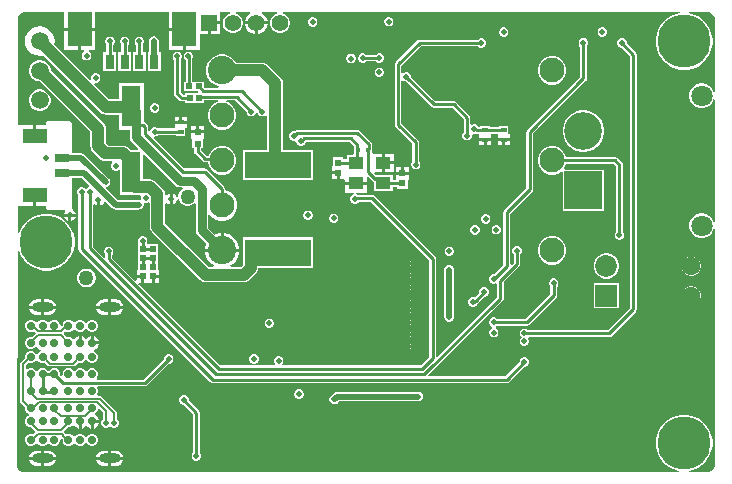
<source format=gbl>
G04*
G04 #@! TF.GenerationSoftware,Altium Limited,Altium Designer,24.1.2 (44)*
G04*
G04 Layer_Physical_Order=4*
G04 Layer_Color=16711680*
%FSLAX44Y44*%
%MOMM*%
G71*
G04*
G04 #@! TF.SameCoordinates,564CEF90-820D-4554-998B-2DB19DA9D660*
G04*
G04*
G04 #@! TF.FilePolarity,Positive*
G04*
G01*
G75*
%ADD12C,0.5000*%
%ADD14C,0.2540*%
%ADD29R,0.5000X0.4000*%
%ADD32R,0.5000X0.5500*%
%ADD33R,0.5200X0.5200*%
%ADD34R,0.5200X0.5200*%
%ADD44R,5.6000X2.3000*%
%ADD66R,0.5725X0.6153*%
%ADD72R,0.4500X0.4500*%
%ADD92R,1.3900X1.3900*%
%ADD93C,1.3900*%
%ADD98R,1.8500X1.8500*%
%ADD99C,1.8500*%
%ADD100C,1.6000*%
%ADD107C,0.5000*%
%ADD108C,0.1800*%
%ADD109C,0.1700*%
%ADD113C,1.0000*%
%ADD116C,0.2286*%
%ADD119O,1.8000X0.8000*%
%ADD120C,0.7000*%
%ADD121C,2.1000*%
%ADD122C,2.4000*%
%ADD123R,8.0000X8.0000*%
%ADD124C,1.5000*%
%ADD125C,4.5000*%
%ADD126R,3.2000X3.2000*%
%ADD127C,3.2000*%
%ADD128C,1.8000*%
%ADD129C,1.2700*%
%ADD130R,2.1000X3.0000*%
%ADD131R,0.8000X1.3000*%
%ADD132R,1.3000X1.0500*%
%ADD133R,2.1500X1.3000*%
%ADD134R,1.2000X0.8000*%
%ADD135R,0.6000X0.5000*%
%ADD136R,1.6000X3.5000*%
%ADD137C,0.7500*%
G36*
X59710Y395024D02*
Y381520D01*
X72750D01*
X85790D01*
Y395024D01*
X148210D01*
Y381520D01*
X161250D01*
Y380250D01*
X162520D01*
Y362710D01*
X174290D01*
Y376126D01*
X181006D01*
Y385616D01*
X182276D01*
Y386886D01*
X191766D01*
Y395024D01*
X199741D01*
X199909Y393754D01*
X199005Y393512D01*
X197073Y392397D01*
X195495Y390819D01*
X194380Y388886D01*
X193802Y386731D01*
Y384500D01*
X194380Y382345D01*
X195495Y380412D01*
X197073Y378835D01*
X199005Y377719D01*
X201160Y377142D01*
X203392D01*
X205547Y377719D01*
X207479Y378835D01*
X209057Y380412D01*
X210173Y382345D01*
X210750Y384500D01*
Y386731D01*
X210173Y388886D01*
X209057Y390819D01*
X207479Y392397D01*
X205547Y393512D01*
X204643Y393754D01*
X204811Y395024D01*
X217052D01*
X217393Y393754D01*
X216449Y393209D01*
X214682Y391443D01*
X213433Y389279D01*
X212792Y386886D01*
X231761D01*
X231119Y389279D01*
X229870Y391443D01*
X228103Y393209D01*
X227160Y393754D01*
X227500Y395024D01*
X239741D01*
X239909Y393754D01*
X239005Y393512D01*
X237073Y392397D01*
X235495Y390819D01*
X234380Y388886D01*
X233802Y386731D01*
Y384500D01*
X234380Y382345D01*
X235495Y380412D01*
X237073Y378835D01*
X239005Y377719D01*
X241160Y377142D01*
X243392D01*
X245547Y377719D01*
X247479Y378835D01*
X249057Y380412D01*
X250173Y382345D01*
X250750Y384500D01*
Y386731D01*
X250173Y388886D01*
X249057Y390819D01*
X247479Y392397D01*
X245547Y393512D01*
X244643Y393754D01*
X244811Y395024D01*
X580652Y395024D01*
X580777Y393754D01*
X577492Y393101D01*
X573120Y391290D01*
X569186Y388661D01*
X565839Y385314D01*
X563210Y381380D01*
X561399Y377007D01*
X560476Y372366D01*
Y367634D01*
X561399Y362993D01*
X563210Y358620D01*
X565839Y354686D01*
X569186Y351339D01*
X573120Y348710D01*
X577492Y346899D01*
X582134Y345976D01*
X586866D01*
X591507Y346899D01*
X595880Y348710D01*
X599814Y351339D01*
X603161Y354686D01*
X605790Y358620D01*
X607601Y362993D01*
X608524Y367634D01*
Y372366D01*
X607601Y377007D01*
X605790Y381380D01*
X603161Y385314D01*
X599814Y388661D01*
X595880Y391290D01*
X591507Y393101D01*
X588223Y393754D01*
X588348Y395024D01*
X603875D01*
X604537Y395024D01*
X605834Y394766D01*
X607056Y394260D01*
X608156Y393525D01*
X609092Y392589D01*
X609827Y391489D01*
X610333Y390267D01*
X610487Y389492D01*
X610591Y388309D01*
Y388308D01*
X610591D01*
X610591Y388308D01*
Y327243D01*
X609321Y327076D01*
X609057Y328062D01*
X607671Y330462D01*
X605712Y332421D01*
X603312Y333807D01*
X600635Y334524D01*
X597864D01*
X595188Y333807D01*
X592788Y332421D01*
X590829Y330462D01*
X589443Y328062D01*
X588726Y325386D01*
Y322615D01*
X589443Y319938D01*
X590829Y317538D01*
X592788Y315579D01*
X595188Y314193D01*
X597864Y313476D01*
X600635D01*
X603312Y314193D01*
X605712Y315579D01*
X607671Y317538D01*
X609057Y319938D01*
X609321Y320924D01*
X610591Y320757D01*
X610591Y217243D01*
X609321Y217076D01*
X609057Y218062D01*
X607671Y220462D01*
X605712Y222421D01*
X603312Y223807D01*
X600635Y224524D01*
X597864D01*
X595188Y223807D01*
X592788Y222421D01*
X590829Y220462D01*
X589443Y218062D01*
X588726Y215385D01*
Y212614D01*
X589443Y209938D01*
X590829Y207538D01*
X592788Y205579D01*
X595188Y204193D01*
X597864Y203476D01*
X600635D01*
X603312Y204193D01*
X605712Y205579D01*
X607671Y207538D01*
X609057Y209938D01*
X609321Y210924D01*
X610591Y210757D01*
X610591Y12602D01*
X610617Y11882D01*
X610386Y10458D01*
X609882Y9107D01*
X609124Y7880D01*
X608142Y6824D01*
X606972Y5981D01*
X605660Y5382D01*
X604747Y5166D01*
X603536Y5024D01*
X603536Y5024D01*
X603535Y5024D01*
X588591D01*
X588466Y6294D01*
X591507Y6899D01*
X595880Y8710D01*
X599814Y11339D01*
X603161Y14686D01*
X605790Y18620D01*
X607601Y22992D01*
X608524Y27634D01*
Y32366D01*
X607601Y37008D01*
X605790Y41380D01*
X603161Y45314D01*
X599814Y48661D01*
X595880Y51290D01*
X591507Y53101D01*
X586866Y54024D01*
X582134D01*
X577492Y53101D01*
X573120Y51290D01*
X569186Y48661D01*
X565839Y45314D01*
X563210Y41380D01*
X561399Y37008D01*
X560476Y32366D01*
Y27634D01*
X561399Y22992D01*
X563210Y18620D01*
X565839Y14686D01*
X569186Y11339D01*
X573120Y8710D01*
X577492Y6899D01*
X580534Y6294D01*
X580409Y5024D01*
X25462Y5024D01*
X24347Y5067D01*
X22319Y6001D01*
X20803Y7639D01*
X20029Y9733D01*
X20073Y10849D01*
X20330Y192255D01*
X21600Y192507D01*
X23210Y188620D01*
X25839Y184686D01*
X29186Y181339D01*
X33120Y178710D01*
X37492Y176899D01*
X42134Y175976D01*
X46866D01*
X51508Y176899D01*
X55880Y178710D01*
X59814Y181339D01*
X63161Y184686D01*
X65790Y188620D01*
X67601Y192992D01*
X68524Y197634D01*
Y202366D01*
X67601Y207008D01*
X65790Y211380D01*
X63161Y215314D01*
X59814Y218661D01*
X55880Y221290D01*
X51508Y223101D01*
X46866Y224024D01*
X42134D01*
X37492Y223101D01*
X33120Y221290D01*
X29186Y218661D01*
X25839Y215314D01*
X23210Y211380D01*
X21622Y207544D01*
X20352Y207798D01*
X20384Y230362D01*
X21510Y230710D01*
Y230710D01*
X33530D01*
Y239750D01*
X36070D01*
Y230710D01*
X43900D01*
Y229250D01*
X44384Y228084D01*
X45550Y227600D01*
X60177D01*
X60703Y226330D01*
X60227Y225855D01*
X59571Y224270D01*
X69429D01*
X68773Y225855D01*
X67355Y227273D01*
X66796Y227504D01*
X66156Y229144D01*
X66200Y229250D01*
Y254647D01*
X74378D01*
X80981Y248044D01*
X80455Y246774D01*
X80450D01*
X78971Y246161D01*
X77875Y245066D01*
X76779Y246161D01*
X75300Y246774D01*
X73700D01*
X72221Y246161D01*
X71089Y245029D01*
X70476Y243550D01*
Y241950D01*
X71089Y240471D01*
X71651Y239908D01*
Y194396D01*
X71651Y194396D01*
X71868Y193306D01*
X72486Y192381D01*
X183421Y81447D01*
X184345Y80829D01*
X185435Y80612D01*
X185435Y80612D01*
X434211D01*
X434211Y80612D01*
X435301Y80829D01*
X436225Y81447D01*
X449255Y94476D01*
X450050D01*
X451529Y95089D01*
X452661Y96221D01*
X453274Y97700D01*
Y99300D01*
X452661Y100779D01*
X451529Y101911D01*
X450050Y102524D01*
X448450D01*
X446971Y101911D01*
X445839Y100779D01*
X445226Y99300D01*
Y98505D01*
X433031Y86310D01*
X368498D01*
X368012Y87483D01*
X430764Y150236D01*
X430764Y150236D01*
X431382Y151160D01*
X431599Y152250D01*
X431599Y152250D01*
Y166070D01*
X445014Y179485D01*
X445014Y179486D01*
X445632Y180410D01*
X445849Y181500D01*
X445849Y181500D01*
Y189658D01*
X446411Y190221D01*
X447024Y191700D01*
Y193300D01*
X446411Y194779D01*
X445279Y195911D01*
X443800Y196524D01*
X442200D01*
X440721Y195911D01*
X439589Y194779D01*
X438976Y193300D01*
Y191700D01*
X439589Y190221D01*
X440151Y189658D01*
Y182680D01*
X438369Y180898D01*
X437099Y181423D01*
Y224070D01*
X455764Y242736D01*
X455764Y242736D01*
X456382Y243660D01*
X456599Y244750D01*
Y292070D01*
X501264Y336736D01*
X501264Y336736D01*
X501882Y337660D01*
X502099Y338750D01*
X502099Y338750D01*
Y365658D01*
X502661Y366221D01*
X503274Y367700D01*
Y369300D01*
X502661Y370779D01*
X501885Y371556D01*
X501882Y371570D01*
X501264Y372495D01*
X500340Y373112D01*
X499250Y373329D01*
X498160Y373112D01*
X497236Y372495D01*
X496618Y371570D01*
X496615Y371556D01*
X495839Y370779D01*
X495226Y369300D01*
Y367700D01*
X495839Y366221D01*
X496401Y365658D01*
Y339930D01*
X451736Y295264D01*
X451118Y294340D01*
X450901Y293250D01*
X450901Y293250D01*
Y245930D01*
X432236Y227264D01*
X431618Y226340D01*
X431401Y225250D01*
X431401Y225250D01*
Y180930D01*
X423370Y172899D01*
X422575D01*
X421096Y172286D01*
X419964Y171154D01*
X419351Y169675D01*
Y168075D01*
X419964Y166596D01*
X421096Y165464D01*
X422575Y164851D01*
X424175D01*
X424631Y165040D01*
X425901Y164191D01*
Y153430D01*
X375522Y103051D01*
X374349Y103537D01*
Y186000D01*
X374349Y186000D01*
X374132Y187090D01*
X373514Y188014D01*
X373514Y188014D01*
X322514Y239014D01*
X321590Y239632D01*
X320500Y239849D01*
X320500Y239849D01*
X308523D01*
X308266Y240106D01*
X306787Y240719D01*
X306856Y241960D01*
X315790D01*
Y248480D01*
X306750D01*
X297710D01*
Y241960D01*
X305116D01*
X305186Y240719D01*
X303707Y240106D01*
X302575Y238974D01*
X301962Y237495D01*
Y235894D01*
X302575Y234415D01*
X303707Y233283D01*
X305186Y232671D01*
X306787D01*
X308266Y233283D01*
X309133Y234151D01*
X319320D01*
X368651Y184820D01*
Y102918D01*
X361332Y95599D01*
X244586D01*
X244060Y96869D01*
X244661Y97471D01*
X245274Y98950D01*
Y100550D01*
X244661Y102029D01*
X243529Y103161D01*
X242050Y103774D01*
X240450D01*
X238971Y103161D01*
X237839Y102029D01*
X237226Y100550D01*
Y98950D01*
X237839Y97471D01*
X238440Y96869D01*
X237914Y95599D01*
X191503D01*
X122415Y164687D01*
X122901Y165860D01*
X124730D01*
Y169730D01*
X120860D01*
Y167901D01*
X119687Y167415D01*
X100099Y187003D01*
Y189408D01*
X100661Y189971D01*
X101274Y191450D01*
Y193050D01*
X100661Y194529D01*
X99529Y195661D01*
X98050Y196274D01*
X96450D01*
X94971Y195661D01*
X93839Y194529D01*
X93226Y193050D01*
Y191450D01*
X93839Y189971D01*
X94401Y189408D01*
Y187516D01*
X93228Y187029D01*
X84099Y196159D01*
Y231603D01*
X85369Y232129D01*
X85770Y231727D01*
X87355Y231071D01*
Y236000D01*
X89895D01*
Y231071D01*
X91480Y231727D01*
X92898Y233145D01*
X93245Y233984D01*
X94743Y234282D01*
X100177Y228849D01*
X101508Y227959D01*
X103078Y227647D01*
X122750D01*
X123146Y227726D01*
X123550D01*
X123924Y227881D01*
X124320Y227959D01*
X124656Y228184D01*
X125029Y228339D01*
X125315Y228624D01*
X125651Y228849D01*
X125876Y229185D01*
X126161Y229471D01*
X126316Y229844D01*
X126540Y230180D01*
X126619Y230576D01*
X126774Y230950D01*
Y231354D01*
X126853Y231750D01*
X126774Y232146D01*
Y232338D01*
X127354Y232935D01*
X127852Y233266D01*
X127950Y233226D01*
X129550D01*
X130650Y233681D01*
X131920Y233070D01*
Y213250D01*
X132144Y211547D01*
X132801Y209960D01*
X133847Y208597D01*
X174597Y167847D01*
X175960Y166801D01*
X177547Y166144D01*
X179250Y165920D01*
X211642D01*
X213345Y166144D01*
X214932Y166801D01*
X216295Y167847D01*
X222153Y173705D01*
X223199Y175068D01*
X223856Y176655D01*
X224063Y178226D01*
X270024D01*
Y204274D01*
X210976D01*
Y185177D01*
X210920Y184750D01*
Y181084D01*
X208916Y179080D01*
X200741D01*
X200401Y180350D01*
X202228Y181405D01*
X204935Y184112D01*
X206849Y187428D01*
X207840Y191126D01*
Y191770D01*
X193300D01*
X178760D01*
Y191126D01*
X179751Y187428D01*
X181665Y184112D01*
X184372Y181405D01*
X186199Y180350D01*
X185859Y179080D01*
X181976D01*
X145080Y215976D01*
Y232746D01*
X146350Y233272D01*
X147395Y232227D01*
X148980Y231571D01*
Y236500D01*
Y241429D01*
X147395Y240773D01*
X146350Y239728D01*
X145080Y240254D01*
Y240642D01*
X144856Y242345D01*
X144199Y243932D01*
X143153Y245295D01*
X137295Y251153D01*
X135932Y252199D01*
X134345Y252856D01*
X132642Y253080D01*
X126024D01*
Y273962D01*
X127197Y274448D01*
X153518Y248127D01*
X155263Y246961D01*
X157321Y246552D01*
X159687D01*
X160027Y245282D01*
X159274Y244847D01*
X157808Y243381D01*
X156771Y241586D01*
X156235Y239583D01*
Y238541D01*
X154965Y238288D01*
X154523Y239355D01*
X153105Y240773D01*
X151520Y241429D01*
Y236500D01*
Y231571D01*
X153105Y232227D01*
X154523Y233645D01*
X155290Y235497D01*
Y236128D01*
X156560Y236295D01*
X156771Y235507D01*
X157808Y233712D01*
X159274Y232246D01*
X161069Y231209D01*
X163072Y230672D01*
X165145D01*
X167148Y231209D01*
X168943Y232246D01*
X169699Y233002D01*
X170969Y232475D01*
Y209993D01*
X171379Y207936D01*
X172544Y206191D01*
X179872Y198863D01*
X179751Y198652D01*
X178760Y194954D01*
Y194310D01*
X192030D01*
Y207580D01*
X191386D01*
X187688Y206589D01*
X187477Y206467D01*
X181724Y212221D01*
Y222823D01*
X182994Y223005D01*
X185293Y220705D01*
X188267Y218989D01*
X191583Y218100D01*
X195017D01*
X198333Y218989D01*
X201307Y220705D01*
X203735Y223133D01*
X205451Y226107D01*
X206340Y229423D01*
Y232857D01*
X205451Y236173D01*
X203735Y239147D01*
X201307Y241575D01*
X198333Y243291D01*
X196149Y243877D01*
Y244950D01*
X196149Y244950D01*
X195932Y246040D01*
X195314Y246964D01*
X195314Y246964D01*
X180514Y261764D01*
X179590Y262382D01*
X178500Y262599D01*
X178500Y262599D01*
X161180D01*
X135543Y288235D01*
X136069Y289505D01*
X137050D01*
X138529Y290118D01*
X139092Y290681D01*
X154226D01*
Y289976D01*
X162274D01*
Y296960D01*
X163290D01*
Y300230D01*
X158250D01*
X153210D01*
Y296960D01*
X152181Y296378D01*
X139092D01*
X138529Y296941D01*
X137050Y297553D01*
X135450D01*
X133971Y296941D01*
X132839Y295809D01*
X132366Y294667D01*
X131332Y294155D01*
X130956Y294081D01*
X130849Y294153D01*
Y297716D01*
X130632Y298806D01*
X130014Y299730D01*
X130014Y299730D01*
X128526Y301218D01*
X127602Y301836D01*
X127599Y301837D01*
Y332000D01*
X127382Y333090D01*
X127040Y333602D01*
Y335040D01*
X105960D01*
Y332295D01*
X105901Y332000D01*
X105960Y331705D01*
Y321080D01*
X97476D01*
X84605Y333951D01*
X85324Y335028D01*
X85450Y334976D01*
X87050D01*
X88529Y335589D01*
X89661Y336721D01*
X90274Y338200D01*
Y339800D01*
X89661Y341279D01*
X88529Y342411D01*
X87050Y343024D01*
X85450D01*
X83971Y342411D01*
X82839Y341279D01*
X82226Y339800D01*
Y338200D01*
X82278Y338074D01*
X81201Y337355D01*
X51224Y367332D01*
X51608Y370250D01*
X51178Y373513D01*
X49919Y376554D01*
X47915Y379165D01*
X45304Y381169D01*
X42263Y382428D01*
X39000Y382858D01*
X35737Y382428D01*
X32696Y381169D01*
X30085Y379165D01*
X28081Y376554D01*
X26822Y373513D01*
X26392Y370250D01*
X26822Y366987D01*
X28081Y363946D01*
X30085Y361335D01*
X32696Y359331D01*
X35737Y358072D01*
X39000Y357642D01*
X41918Y358026D01*
X90097Y309847D01*
X91460Y308801D01*
X93047Y308144D01*
X94750Y307920D01*
X105960D01*
Y294960D01*
X115170D01*
Y288703D01*
X115579Y286645D01*
X116745Y284900D01*
X122448Y279197D01*
X121962Y278024D01*
X116282D01*
X114423Y279883D01*
X113060Y280929D01*
X111473Y281586D01*
X109770Y281810D01*
X96854D01*
X94850Y283813D01*
Y295980D01*
X94626Y297683D01*
X93969Y299270D01*
X92923Y300633D01*
X48024Y345532D01*
Y346438D01*
X47409Y348733D01*
X46221Y350791D01*
X44541Y352471D01*
X42483Y353659D01*
X40188Y354274D01*
X37812D01*
X35517Y353659D01*
X33459Y352471D01*
X31779Y350791D01*
X30591Y348733D01*
X29976Y346438D01*
Y344062D01*
X30591Y341767D01*
X31779Y339709D01*
X33459Y338029D01*
X35517Y336841D01*
X37812Y336226D01*
X38718D01*
X81690Y293254D01*
Y281088D01*
X81914Y279385D01*
X82571Y277798D01*
X83617Y276435D01*
X89475Y270577D01*
X90838Y269531D01*
X92425Y268874D01*
X94128Y268650D01*
X99887D01*
X100413Y267380D01*
X99826Y266793D01*
X99213Y265314D01*
Y263713D01*
X99826Y262234D01*
X100958Y261102D01*
X102437Y260490D01*
X104038D01*
X105517Y261102D01*
X105706Y261291D01*
X106976Y260765D01*
Y239976D01*
X119072D01*
X119500Y239920D01*
X124126D01*
X124974Y238650D01*
X124726Y238050D01*
Y236681D01*
X124375Y236217D01*
X123648Y235734D01*
X123550Y235774D01*
X123146D01*
X122750Y235853D01*
X104777D01*
X95139Y245492D01*
X95137Y245562D01*
X95370Y246328D01*
X95606Y246820D01*
X95881Y246934D01*
X96277Y247013D01*
X96613Y247237D01*
X96987Y247392D01*
X97272Y247678D01*
X97608Y247902D01*
X97833Y248238D01*
X98118Y248524D01*
X98273Y248897D01*
X98498Y249233D01*
X98576Y249630D01*
X98731Y250003D01*
Y250407D01*
X98810Y250803D01*
X98731Y251200D01*
Y251604D01*
X98576Y251977D01*
X98498Y252374D01*
X98273Y252710D01*
X98118Y253083D01*
X97833Y253369D01*
X97608Y253704D01*
X77162Y274151D01*
X75831Y275040D01*
X74261Y275353D01*
X66200D01*
Y300750D01*
X65716Y301916D01*
X64550Y302400D01*
X45550D01*
X44384Y301916D01*
X43900Y300750D01*
Y299290D01*
X36070D01*
Y290250D01*
X33530D01*
Y299290D01*
X21752D01*
X20483Y299876D01*
X20609Y388948D01*
Y390156D01*
X21534Y392389D01*
X23243Y394099D01*
X25476Y395024D01*
X26685D01*
X26686Y395024D01*
X59710D01*
D02*
G37*
%LPC*%
G36*
X335070Y390825D02*
X333469D01*
X331990Y390212D01*
X330858Y389080D01*
X330246Y387601D01*
Y386001D01*
X330858Y384521D01*
X331990Y383390D01*
X333469Y382777D01*
X335070D01*
X336549Y383390D01*
X337681Y384521D01*
X338294Y386001D01*
Y387601D01*
X337681Y389080D01*
X336549Y390212D01*
X335070Y390825D01*
D02*
G37*
G36*
X270800Y390524D02*
X269200D01*
X267721Y389911D01*
X266589Y388779D01*
X265976Y387300D01*
Y385700D01*
X266589Y384221D01*
X267721Y383089D01*
X269200Y382476D01*
X270800D01*
X272279Y383089D01*
X273411Y384221D01*
X274024Y385700D01*
Y387300D01*
X273411Y388779D01*
X272279Y389911D01*
X270800Y390524D01*
D02*
G37*
G36*
X231761Y384346D02*
X223546D01*
Y376131D01*
X225939Y376772D01*
X228103Y378022D01*
X229870Y379789D01*
X231119Y381953D01*
X231761Y384346D01*
D02*
G37*
G36*
X221006D02*
X212792D01*
X213433Y381953D01*
X214682Y379789D01*
X216449Y378022D01*
X218613Y376772D01*
X221006Y376131D01*
Y384346D01*
D02*
G37*
G36*
X191766D02*
X183546D01*
Y376126D01*
X191766D01*
Y384346D01*
D02*
G37*
G36*
X516050Y382024D02*
X514450D01*
X512971Y381411D01*
X511839Y380279D01*
X511226Y378800D01*
Y377200D01*
X511839Y375721D01*
X512971Y374589D01*
X514450Y373976D01*
X516050D01*
X517529Y374589D01*
X518661Y375721D01*
X519274Y377200D01*
Y378800D01*
X518661Y380279D01*
X517529Y381411D01*
X516050Y382024D01*
D02*
G37*
G36*
X432550Y381774D02*
X430950D01*
X429471Y381161D01*
X428339Y380029D01*
X427726Y378550D01*
Y376950D01*
X428339Y375471D01*
X429471Y374339D01*
X430950Y373726D01*
X432550D01*
X434029Y374339D01*
X435161Y375471D01*
X435774Y376950D01*
Y378550D01*
X435161Y380029D01*
X434029Y381161D01*
X432550Y381774D01*
D02*
G37*
G36*
X413550Y372774D02*
X411950D01*
X410471Y372161D01*
X409908Y371599D01*
X360582D01*
X360582Y371599D01*
X359491Y371382D01*
X358567Y370764D01*
X358567Y370764D01*
X340304Y352501D01*
X339686Y351577D01*
X339469Y350486D01*
X339469Y350486D01*
Y299523D01*
X339469Y299523D01*
X339686Y298433D01*
X340304Y297509D01*
X354401Y283411D01*
Y268592D01*
X353839Y268029D01*
X353226Y266550D01*
Y264950D01*
X353839Y263471D01*
X354971Y262339D01*
X356450Y261726D01*
X358050D01*
X359529Y262339D01*
X360661Y263471D01*
X361274Y264950D01*
Y266550D01*
X360661Y268029D01*
X360099Y268592D01*
Y284591D01*
X359882Y285681D01*
X359264Y286605D01*
X359264Y286605D01*
X345167Y300703D01*
Y336846D01*
X346437Y337373D01*
X346971Y336839D01*
X348450Y336226D01*
X349245D01*
X370767Y314704D01*
X370767Y314704D01*
X371691Y314087D01*
X372781Y313870D01*
X372781Y313870D01*
X388351D01*
X397901Y304320D01*
Y293092D01*
X397339Y292529D01*
X396726Y291050D01*
Y289450D01*
X397339Y287971D01*
X398471Y286839D01*
X399950Y286226D01*
X401550D01*
X403029Y286839D01*
X404161Y287971D01*
X404774Y289450D01*
Y290838D01*
X405354Y291435D01*
X405852Y291766D01*
X405950Y291726D01*
X407550D01*
X408117Y291961D01*
X408416Y291901D01*
X409943D01*
X410960Y291290D01*
Y288020D01*
X416000D01*
X421040D01*
Y291290D01*
X422057Y291901D01*
X425693D01*
X426710Y291290D01*
Y288020D01*
X431750D01*
X436790D01*
Y291290D01*
X435774D01*
Y298274D01*
X427726D01*
Y297599D01*
X420024D01*
Y298274D01*
X411976D01*
Y297599D01*
X410340D01*
X410161Y298029D01*
X409029Y299161D01*
X407550Y299774D01*
X405950D01*
X404869Y299326D01*
X403599Y299949D01*
Y305500D01*
X403599Y305500D01*
X403382Y306590D01*
X402764Y307514D01*
X402764Y307514D01*
X391546Y318733D01*
X390621Y319351D01*
X389531Y319568D01*
X389531Y319568D01*
X373961D01*
X353274Y340255D01*
Y341050D01*
X352661Y342529D01*
X351529Y343661D01*
X350050Y344274D01*
X348450D01*
X346971Y343661D01*
X346437Y343128D01*
X345167Y343654D01*
Y349306D01*
X361762Y365901D01*
X409908D01*
X410471Y365339D01*
X411950Y364726D01*
X413550D01*
X415029Y365339D01*
X416161Y366471D01*
X416774Y367950D01*
Y369550D01*
X416161Y371029D01*
X415029Y372161D01*
X413550Y372774D01*
D02*
G37*
G36*
X159980Y378980D02*
X148210D01*
Y362710D01*
X159980D01*
Y378980D01*
D02*
G37*
G36*
X71480D02*
X59710D01*
Y362710D01*
X71480D01*
Y378980D01*
D02*
G37*
G36*
X327300Y360024D02*
X325700D01*
X324221Y359411D01*
X323533Y358724D01*
X314967D01*
X314529Y359161D01*
X313050Y359774D01*
X311450D01*
X309971Y359161D01*
X308839Y358029D01*
X308226Y356550D01*
Y354950D01*
X308839Y353471D01*
X309971Y352339D01*
X311450Y351726D01*
X313050D01*
X314529Y352339D01*
X315217Y353026D01*
X323783D01*
X324221Y352589D01*
X325700Y351976D01*
X327300D01*
X328779Y352589D01*
X329911Y353721D01*
X330524Y355200D01*
Y356800D01*
X329911Y358279D01*
X328779Y359411D01*
X327300Y360024D01*
D02*
G37*
G36*
X85790Y378980D02*
X74020D01*
Y362710D01*
X76037D01*
X76290Y361440D01*
X76221Y361411D01*
X75089Y360279D01*
X74476Y358800D01*
Y357200D01*
X75089Y355721D01*
X76221Y354589D01*
X77700Y353976D01*
X79300D01*
X80779Y354589D01*
X81911Y355721D01*
X82524Y357200D01*
Y358800D01*
X81911Y360279D01*
X80779Y361411D01*
X80710Y361440D01*
X80963Y362710D01*
X85790D01*
Y378980D01*
D02*
G37*
G36*
X303300Y359524D02*
X301700D01*
X300221Y358911D01*
X299089Y357779D01*
X298476Y356300D01*
Y354700D01*
X299089Y353221D01*
X300221Y352089D01*
X301700Y351476D01*
X303300D01*
X304779Y352089D01*
X305911Y353221D01*
X306524Y354700D01*
Y356300D01*
X305911Y357779D01*
X304779Y358911D01*
X303300Y359524D01*
D02*
G37*
G36*
X135500Y374353D02*
X133930Y374040D01*
X132599Y373151D01*
X131709Y371820D01*
X131535Y370943D01*
X131476Y370800D01*
Y370646D01*
X131397Y370250D01*
Y360774D01*
X130226D01*
Y344726D01*
X141274D01*
Y360774D01*
X139603D01*
Y370250D01*
X139524Y370646D01*
Y370800D01*
X139465Y370943D01*
X139291Y371820D01*
X138401Y373151D01*
X137070Y374040D01*
X135500Y374353D01*
D02*
G37*
G36*
X124050Y374024D02*
X122450D01*
X120971Y373411D01*
X119839Y372279D01*
X119226Y370800D01*
Y369200D01*
X119839Y367721D01*
X120401Y367158D01*
Y360774D01*
X117726D01*
Y344726D01*
X128774D01*
Y360774D01*
X126099D01*
Y367158D01*
X126661Y367721D01*
X127274Y369200D01*
Y370800D01*
X126661Y372279D01*
X125529Y373411D01*
X124050Y374024D01*
D02*
G37*
G36*
X111550D02*
X109950D01*
X108471Y373411D01*
X107339Y372279D01*
X106726Y370800D01*
Y369200D01*
X107339Y367721D01*
X107901Y367158D01*
Y360774D01*
X105226D01*
Y344726D01*
X116274D01*
Y360774D01*
X113599D01*
Y367158D01*
X114161Y367721D01*
X114774Y369200D01*
Y370800D01*
X114161Y372279D01*
X113029Y373411D01*
X111550Y374024D01*
D02*
G37*
G36*
X99050D02*
X97450D01*
X95971Y373411D01*
X94839Y372279D01*
X94226Y370800D01*
Y369200D01*
X94839Y367721D01*
X95401Y367158D01*
Y360774D01*
X92726D01*
Y344726D01*
X103774D01*
Y360774D01*
X101099D01*
Y367158D01*
X101661Y367721D01*
X102274Y369200D01*
Y370800D01*
X101661Y372279D01*
X100529Y373411D01*
X99050Y374024D01*
D02*
G37*
G36*
X327300Y347774D02*
X325700D01*
X324221Y347161D01*
X323089Y346029D01*
X322476Y344550D01*
Y342950D01*
X323089Y341471D01*
X324221Y340339D01*
X325700Y339726D01*
X327300D01*
X328779Y340339D01*
X329911Y341471D01*
X330524Y342950D01*
Y344550D01*
X329911Y346029D01*
X328779Y347161D01*
X327300Y347774D01*
D02*
G37*
G36*
X474283Y357464D02*
X471117D01*
X468059Y356645D01*
X465317Y355062D01*
X463078Y352823D01*
X461495Y350081D01*
X460676Y347023D01*
Y343857D01*
X461495Y340799D01*
X463078Y338057D01*
X465317Y335818D01*
X468059Y334235D01*
X471117Y333416D01*
X474283D01*
X477341Y334235D01*
X480083Y335818D01*
X482322Y338057D01*
X483905Y340799D01*
X484724Y343857D01*
Y347023D01*
X483905Y350081D01*
X482322Y352823D01*
X480083Y355062D01*
X477341Y356645D01*
X474283Y357464D01*
D02*
G37*
G36*
X165621Y361274D02*
X164020D01*
X162541Y360661D01*
X161409Y359529D01*
X160797Y358050D01*
Y356450D01*
X161409Y354971D01*
X162336Y354044D01*
Y336009D01*
X161425D01*
Y327761D01*
X172919D01*
X173181Y327399D01*
X172532Y326129D01*
X161638D01*
Y324853D01*
X160289D01*
X158239Y326904D01*
Y354408D01*
X158801Y354971D01*
X159414Y356450D01*
Y358050D01*
X158801Y359529D01*
X157669Y360661D01*
X156190Y361274D01*
X154590D01*
X153111Y360661D01*
X151979Y359529D01*
X151366Y358050D01*
Y356450D01*
X151979Y354971D01*
X152541Y354408D01*
Y325724D01*
X152541Y325724D01*
X152758Y324634D01*
X153376Y323709D01*
X157095Y319990D01*
X157095Y319990D01*
X158019Y319373D01*
X159109Y319156D01*
X161638D01*
Y317881D01*
X177886D01*
Y320103D01*
X189566D01*
X189733Y318832D01*
X188659Y318545D01*
X185917Y316962D01*
X183678Y314723D01*
X182095Y311981D01*
X181276Y308923D01*
Y305757D01*
X182095Y302699D01*
X183678Y299957D01*
X185917Y297718D01*
X188659Y296135D01*
X191717Y295316D01*
X194883D01*
X197941Y296135D01*
X200683Y297718D01*
X202922Y299957D01*
X204505Y302699D01*
X205324Y305757D01*
Y308923D01*
X204505Y311981D01*
X202922Y314723D01*
X200683Y316962D01*
X197941Y318545D01*
X196867Y318832D01*
X197034Y320103D01*
X204369D01*
X213976Y310495D01*
Y309700D01*
X214589Y308221D01*
X215721Y307089D01*
X217200Y306476D01*
X218800D01*
X220279Y307089D01*
X221411Y308221D01*
X222024Y309699D01*
X223289Y309688D01*
X223364Y309667D01*
X223976Y308188D01*
X225108Y307056D01*
X226587Y306443D01*
X228188D01*
X229667Y307056D01*
X230400Y307789D01*
X231670Y307263D01*
Y278274D01*
X210976D01*
Y252226D01*
X270024D01*
Y278274D01*
X244830D01*
Y334500D01*
X244606Y336203D01*
X243949Y337790D01*
X242903Y339153D01*
X231963Y350093D01*
X230600Y351139D01*
X229013Y351796D01*
X227310Y352020D01*
X205117D01*
X204122Y353744D01*
X201604Y356262D01*
X198520Y358042D01*
X195081Y358964D01*
X191520D01*
X188080Y358042D01*
X184996Y356262D01*
X182478Y353744D01*
X180698Y350660D01*
X179776Y347220D01*
Y343660D01*
X180698Y340220D01*
X182478Y337136D01*
X184996Y334618D01*
X188080Y332838D01*
X190372Y332223D01*
X190205Y330953D01*
X178509D01*
X177673Y331790D01*
Y336009D01*
X168034D01*
Y354772D01*
X168232Y354971D01*
X168845Y356450D01*
Y358050D01*
X168232Y359529D01*
X167100Y360661D01*
X165621Y361274D01*
D02*
G37*
G36*
X40188Y329274D02*
X37812D01*
X35517Y328659D01*
X33459Y327471D01*
X31779Y325791D01*
X30591Y323733D01*
X29976Y321438D01*
Y319062D01*
X30591Y316767D01*
X31779Y314709D01*
X33459Y313029D01*
X35517Y311841D01*
X37812Y311226D01*
X40188D01*
X42483Y311841D01*
X44541Y313029D01*
X46221Y314709D01*
X47409Y316767D01*
X48024Y319062D01*
Y321438D01*
X47409Y323733D01*
X46221Y325791D01*
X44541Y327471D01*
X42483Y328659D01*
X40188Y329274D01*
D02*
G37*
G36*
X137050Y317524D02*
X135450D01*
X133971Y316911D01*
X132839Y315779D01*
X132226Y314300D01*
Y312700D01*
X132839Y311221D01*
X133971Y310089D01*
X135450Y309476D01*
X137050D01*
X138529Y310089D01*
X139661Y311221D01*
X140274Y312700D01*
Y314300D01*
X139661Y315779D01*
X138529Y316911D01*
X137050Y317524D01*
D02*
G37*
G36*
X163290Y306040D02*
X159520D01*
Y302770D01*
X163290D01*
Y306040D01*
D02*
G37*
G36*
X156980D02*
X153210D01*
Y302770D01*
X156980D01*
Y306040D01*
D02*
G37*
G36*
X307849Y295349D02*
X307849Y295349D01*
X256924D01*
X256924Y295349D01*
X255833Y295132D01*
X254909Y294514D01*
X254419Y294024D01*
X253200D01*
X251721Y293411D01*
X250589Y292279D01*
X249976Y290800D01*
Y289200D01*
X250589Y287721D01*
X251721Y286589D01*
X253200Y285976D01*
X254800D01*
X254956Y286040D01*
X256226Y285192D01*
Y284950D01*
X256839Y283471D01*
X257971Y282339D01*
X259450Y281726D01*
X261050D01*
X262529Y282339D01*
X263661Y283471D01*
X264274Y284950D01*
Y285151D01*
X301145D01*
X304726Y281570D01*
Y274476D01*
X303643Y274024D01*
X298726D01*
Y270134D01*
X295886D01*
Y271886D01*
X287114D01*
Y264331D01*
X286098D01*
Y259984D01*
X291500D01*
Y258714D01*
X292770D01*
Y253098D01*
X296902D01*
X297710Y252162D01*
Y251020D01*
X306750D01*
X315790D01*
Y255022D01*
X316963Y255508D01*
X320756Y251716D01*
X320756Y251716D01*
X321680Y251098D01*
X321726Y251089D01*
Y242976D01*
X337774D01*
Y246866D01*
X341614D01*
Y245114D01*
X350386D01*
Y252669D01*
X351402D01*
Y257016D01*
X346000D01*
X340598D01*
Y252669D01*
X339371Y252563D01*
X337774D01*
Y256524D01*
X326045D01*
X325770Y256579D01*
X325770Y256579D01*
X323950D01*
X322242Y258287D01*
X322728Y259460D01*
X328480D01*
Y267250D01*
Y275040D01*
X321310D01*
X320710Y275040D01*
X320274Y276129D01*
Y282024D01*
X320274Y282024D01*
X320151Y283047D01*
X320115Y283228D01*
X320115Y283228D01*
X320105Y283278D01*
X319934Y284137D01*
X319317Y285061D01*
X309863Y294514D01*
X308939Y295132D01*
X307849Y295349D01*
D02*
G37*
G36*
X178040Y298540D02*
X173770D01*
Y294770D01*
X178040D01*
Y298540D01*
D02*
G37*
G36*
X171230D02*
X166960D01*
Y294770D01*
X171230D01*
Y298540D01*
D02*
G37*
G36*
X436790Y285480D02*
X433020D01*
Y282210D01*
X436790D01*
Y285480D01*
D02*
G37*
G36*
X430480D02*
X426710D01*
Y282210D01*
X430480D01*
Y285480D01*
D02*
G37*
G36*
X421040Y285480D02*
X417270D01*
Y282210D01*
X421040D01*
Y285480D01*
D02*
G37*
G36*
X414730D02*
X410960D01*
Y282210D01*
X414730D01*
Y285480D01*
D02*
G37*
G36*
X500976Y311524D02*
X497524D01*
X494138Y310851D01*
X490949Y309530D01*
X488079Y307612D01*
X485638Y305171D01*
X483720Y302301D01*
X482399Y299112D01*
X481726Y295726D01*
Y292274D01*
X482399Y288888D01*
X483720Y285699D01*
X485638Y282829D01*
X488079Y280388D01*
X490949Y278470D01*
X494138Y277150D01*
X497524Y276476D01*
X500976D01*
X504362Y277150D01*
X507551Y278470D01*
X510421Y280388D01*
X512862Y282829D01*
X514780Y285699D01*
X516101Y288888D01*
X516774Y292274D01*
Y295726D01*
X516101Y299112D01*
X514780Y302301D01*
X512862Y305171D01*
X510421Y307612D01*
X507551Y309530D01*
X504362Y310851D01*
X500976Y311524D01*
D02*
G37*
G36*
X331020Y275040D02*
Y268520D01*
X338790D01*
Y275040D01*
X331020D01*
D02*
G37*
G36*
X351402Y263902D02*
X347270D01*
Y259556D01*
X351402D01*
Y263902D01*
D02*
G37*
G36*
X344730D02*
X340598D01*
Y259556D01*
X344730D01*
Y263902D01*
D02*
G37*
G36*
X338790Y265980D02*
X331020D01*
Y259460D01*
X338790D01*
Y265980D01*
D02*
G37*
G36*
X178040Y292230D02*
X172500D01*
X166960D01*
Y288460D01*
X167170D01*
X167976Y287524D01*
X167976Y287190D01*
Y279476D01*
X169651D01*
Y277000D01*
X169651Y277000D01*
X169868Y275910D01*
X170486Y274986D01*
X176976Y268496D01*
X177900Y267878D01*
X178990Y267661D01*
X178990Y267661D01*
X181276D01*
Y267657D01*
X182095Y264599D01*
X183678Y261857D01*
X185917Y259618D01*
X188659Y258035D01*
X191717Y257216D01*
X194883D01*
X197941Y258035D01*
X200683Y259618D01*
X202922Y261857D01*
X204505Y264599D01*
X205324Y267657D01*
Y270823D01*
X204505Y273881D01*
X202922Y276623D01*
X200683Y278862D01*
X197941Y280445D01*
X194883Y281264D01*
X191717D01*
X188659Y280445D01*
X185917Y278862D01*
X183678Y276623D01*
X182095Y273881D01*
X181955Y273359D01*
X180170D01*
X175349Y278180D01*
Y279476D01*
X177024D01*
Y287190D01*
X177024Y287524D01*
X177830Y288460D01*
X178040D01*
Y292230D01*
D02*
G37*
G36*
X290230Y257444D02*
X286098D01*
Y253098D01*
X290230D01*
Y257444D01*
D02*
G37*
G36*
X266800Y226774D02*
X265200D01*
X263721Y226161D01*
X262589Y225029D01*
X261976Y223550D01*
Y221950D01*
X262589Y220471D01*
X263721Y219339D01*
X265200Y218726D01*
X266800D01*
X268279Y219339D01*
X269411Y220471D01*
X270024Y221950D01*
Y223550D01*
X269411Y225029D01*
X268279Y226161D01*
X266800Y226774D01*
D02*
G37*
G36*
X69429Y221730D02*
X65770D01*
Y218071D01*
X67355Y218727D01*
X68773Y220145D01*
X69429Y221730D01*
D02*
G37*
G36*
X63230D02*
X59571D01*
X60227Y220145D01*
X61645Y218727D01*
X63230Y218071D01*
Y221730D01*
D02*
G37*
G36*
X288550Y224274D02*
X286950D01*
X285471Y223661D01*
X284339Y222529D01*
X283726Y221050D01*
Y219450D01*
X284339Y217971D01*
X285471Y216839D01*
X286950Y216226D01*
X288550D01*
X290029Y216839D01*
X291161Y217971D01*
X291774Y219450D01*
Y221050D01*
X291161Y222529D01*
X290029Y223661D01*
X288550Y224274D01*
D02*
G37*
G36*
X417300Y223524D02*
X415700D01*
X414221Y222911D01*
X413089Y221779D01*
X412476Y220300D01*
Y218699D01*
X413089Y217220D01*
X414221Y216088D01*
X415700Y215476D01*
X417300D01*
X418779Y216088D01*
X419911Y217220D01*
X420524Y218699D01*
Y220300D01*
X419911Y221779D01*
X418779Y222911D01*
X417300Y223524D01*
D02*
G37*
G36*
X426233Y214592D02*
X424632D01*
X423153Y213979D01*
X422021Y212847D01*
X421408Y211368D01*
Y209767D01*
X422021Y208288D01*
X423153Y207156D01*
X424632Y206544D01*
X426233D01*
X427712Y207156D01*
X428844Y208288D01*
X429456Y209767D01*
Y211368D01*
X428844Y212847D01*
X427712Y213979D01*
X426233Y214592D01*
D02*
G37*
G36*
X408301Y214524D02*
X406700D01*
X405221Y213911D01*
X404089Y212779D01*
X403476Y211300D01*
Y209699D01*
X404089Y208220D01*
X405221Y207088D01*
X406700Y206476D01*
X408301D01*
X409779Y207088D01*
X410911Y208220D01*
X411524Y209699D01*
Y211300D01*
X410911Y212779D01*
X409779Y213911D01*
X408301Y214524D01*
D02*
G37*
G36*
X474283Y281264D02*
X471117D01*
X468059Y280445D01*
X465317Y278862D01*
X463078Y276623D01*
X461495Y273881D01*
X460676Y270823D01*
Y267657D01*
X461495Y264599D01*
X463078Y261857D01*
X465317Y259618D01*
X468059Y258035D01*
X471117Y257216D01*
X474283D01*
X477341Y258035D01*
X480083Y259618D01*
X480553Y260088D01*
X481726Y259602D01*
Y226476D01*
X516774D01*
Y261524D01*
X483596D01*
X482863Y262794D01*
X483905Y264599D01*
X484388Y266401D01*
X524820D01*
X526901Y264320D01*
Y208592D01*
X526339Y208029D01*
X525726Y206550D01*
Y204950D01*
X526339Y203471D01*
X527471Y202339D01*
X528950Y201726D01*
X530550D01*
X532029Y202339D01*
X533161Y203471D01*
X533774Y204950D01*
Y206550D01*
X533161Y208029D01*
X532599Y208592D01*
Y265500D01*
X532599Y265500D01*
X532382Y266590D01*
X531764Y267514D01*
X531764Y267514D01*
X528014Y271264D01*
X527090Y271882D01*
X526000Y272099D01*
X526000Y272099D01*
X484382D01*
X483905Y273881D01*
X482322Y276623D01*
X480083Y278862D01*
X477341Y280445D01*
X474283Y281264D01*
D02*
G37*
G36*
X195214Y207580D02*
X194570D01*
Y194310D01*
X207840D01*
Y194954D01*
X206849Y198652D01*
X204935Y201968D01*
X202228Y204675D01*
X198912Y206589D01*
X195214Y207580D01*
D02*
G37*
G36*
X386550Y196274D02*
X384950D01*
X383471Y195661D01*
X382339Y194529D01*
X381726Y193050D01*
Y191450D01*
X382339Y189971D01*
X383471Y188839D01*
X384950Y188226D01*
X386550D01*
X388029Y188839D01*
X389161Y189971D01*
X389774Y191450D01*
Y193050D01*
X389161Y194529D01*
X388029Y195661D01*
X386550Y196274D01*
D02*
G37*
G36*
X346730Y186929D02*
X345145Y186273D01*
X343727Y184855D01*
X343635Y184632D01*
X342365D01*
X342273Y184855D01*
X340855Y186273D01*
X339270Y186929D01*
Y182000D01*
X336730D01*
Y186929D01*
X335145Y186273D01*
X333727Y184855D01*
X333635Y184632D01*
X332365D01*
X332273Y184855D01*
X330855Y186273D01*
X329270Y186929D01*
Y182000D01*
X326730D01*
Y186929D01*
X325145Y186273D01*
X323727Y184855D01*
X323635Y184632D01*
X322365D01*
X322273Y184855D01*
X320855Y186273D01*
X319270Y186929D01*
Y182000D01*
X316730D01*
Y186929D01*
X315145Y186273D01*
X313727Y184855D01*
X313635Y184632D01*
X312365D01*
X312273Y184855D01*
X310855Y186273D01*
X309270Y186929D01*
Y182000D01*
X306730D01*
Y186929D01*
X305145Y186273D01*
X303727Y184855D01*
X303635Y184632D01*
X302365D01*
X302273Y184855D01*
X300855Y186273D01*
X299270Y186929D01*
Y182000D01*
X296730D01*
Y186929D01*
X295145Y186273D01*
X293727Y184855D01*
X293635Y184632D01*
X292365D01*
X292273Y184855D01*
X290855Y186273D01*
X289270Y186929D01*
Y182000D01*
X286730D01*
Y186929D01*
X285145Y186273D01*
X283727Y184855D01*
X283635Y184632D01*
X282365D01*
X282273Y184855D01*
X280855Y186273D01*
X279270Y186929D01*
Y182000D01*
X278000D01*
Y180730D01*
X273071D01*
X273727Y179145D01*
X275145Y177727D01*
X275368Y177635D01*
Y176365D01*
X275145Y176273D01*
X273727Y174855D01*
X273071Y173270D01*
X278000D01*
Y170730D01*
X273071D01*
X273727Y169145D01*
X275145Y167727D01*
X275368Y167635D01*
Y166365D01*
X275145Y166273D01*
X273727Y164855D01*
X273071Y163270D01*
X278000D01*
Y160730D01*
X273071D01*
X273727Y159145D01*
X275145Y157727D01*
X275368Y157635D01*
Y156365D01*
X275145Y156273D01*
X273727Y154855D01*
X273071Y153270D01*
X278000D01*
Y150730D01*
X273071D01*
X273727Y149145D01*
X275145Y147727D01*
X275368Y147635D01*
Y146365D01*
X275145Y146273D01*
X273727Y144855D01*
X273071Y143270D01*
X278000D01*
Y140730D01*
X273071D01*
X273727Y139145D01*
X275145Y137727D01*
X275368Y137635D01*
Y136365D01*
X275145Y136273D01*
X273727Y134855D01*
X273071Y133270D01*
X278000D01*
Y130730D01*
X273071D01*
X273727Y129145D01*
X275145Y127727D01*
X275368Y127635D01*
Y126365D01*
X275145Y126273D01*
X273727Y124855D01*
X273071Y123270D01*
X278000D01*
Y120730D01*
X273071D01*
X273727Y119145D01*
X275145Y117727D01*
X275368Y117635D01*
Y116365D01*
X275145Y116273D01*
X273727Y114855D01*
X273071Y113270D01*
X278000D01*
Y112000D01*
X279270D01*
Y107071D01*
X280855Y107727D01*
X282273Y109145D01*
X282365Y109368D01*
X283635D01*
X283727Y109145D01*
X285145Y107727D01*
X286730Y107071D01*
Y112000D01*
X289270D01*
Y107071D01*
X290855Y107727D01*
X292273Y109145D01*
X292365Y109368D01*
X293635D01*
X293727Y109145D01*
X295145Y107727D01*
X296730Y107071D01*
Y112000D01*
X299270D01*
Y107071D01*
X300855Y107727D01*
X302273Y109145D01*
X302365Y109368D01*
X303635D01*
X303727Y109145D01*
X305145Y107727D01*
X306730Y107071D01*
Y112000D01*
X309270D01*
Y107071D01*
X310855Y107727D01*
X312273Y109145D01*
X312365Y109368D01*
X313635D01*
X313727Y109145D01*
X315145Y107727D01*
X316730Y107071D01*
Y112000D01*
X319270D01*
Y107071D01*
X320855Y107727D01*
X322273Y109145D01*
X322365Y109368D01*
X323635D01*
X323727Y109145D01*
X325145Y107727D01*
X326730Y107071D01*
Y112000D01*
X329270D01*
Y107071D01*
X330855Y107727D01*
X332273Y109145D01*
X332365Y109368D01*
X333635D01*
X333727Y109145D01*
X335145Y107727D01*
X336730Y107071D01*
Y112000D01*
X339270D01*
Y107071D01*
X340855Y107727D01*
X342273Y109145D01*
X342365Y109368D01*
X343635D01*
X343727Y109145D01*
X345145Y107727D01*
X346730Y107071D01*
Y112000D01*
X348000D01*
Y113270D01*
X352929D01*
X352273Y114855D01*
X350855Y116273D01*
X350632Y116365D01*
Y117635D01*
X350855Y117727D01*
X352273Y119145D01*
X352929Y120730D01*
X348000D01*
Y123270D01*
X352929D01*
X352273Y124855D01*
X350855Y126273D01*
X350632Y126365D01*
Y127635D01*
X350855Y127727D01*
X352273Y129145D01*
X352929Y130730D01*
X348000D01*
Y133270D01*
X352929D01*
X352273Y134855D01*
X350855Y136273D01*
X350632Y136365D01*
Y137635D01*
X350855Y137727D01*
X352273Y139145D01*
X352929Y140730D01*
X348000D01*
Y143270D01*
X352929D01*
X352273Y144855D01*
X350855Y146273D01*
X350632Y146365D01*
Y147635D01*
X350855Y147727D01*
X352273Y149145D01*
X352929Y150730D01*
X348000D01*
Y153270D01*
X352929D01*
X352273Y154855D01*
X350855Y156273D01*
X350632Y156365D01*
Y157635D01*
X350855Y157727D01*
X352273Y159145D01*
X352929Y160730D01*
X348000D01*
Y163270D01*
X352929D01*
X352273Y164855D01*
X350855Y166273D01*
X350632Y166365D01*
Y167635D01*
X350855Y167727D01*
X352273Y169145D01*
X352929Y170730D01*
X348000D01*
Y173270D01*
X352929D01*
X352273Y174855D01*
X350855Y176273D01*
X350632Y176365D01*
Y177635D01*
X350855Y177727D01*
X352273Y179145D01*
X352929Y180730D01*
X348000D01*
Y182000D01*
X346730D01*
Y186929D01*
D02*
G37*
G36*
X349270D02*
Y183270D01*
X352929D01*
X352273Y184855D01*
X350855Y186273D01*
X349270Y186929D01*
D02*
G37*
G36*
X276730D02*
X275145Y186273D01*
X273727Y184855D01*
X273071Y183270D01*
X276730D01*
Y186929D01*
D02*
G37*
G36*
X474283Y205064D02*
X471117D01*
X468059Y204245D01*
X465317Y202662D01*
X463078Y200423D01*
X461495Y197681D01*
X460676Y194623D01*
Y191457D01*
X461495Y188399D01*
X463078Y185657D01*
X465317Y183418D01*
X468059Y181835D01*
X471117Y181016D01*
X474283D01*
X477341Y181835D01*
X480083Y183418D01*
X482322Y185657D01*
X483905Y188399D01*
X484724Y191457D01*
Y194623D01*
X483905Y197681D01*
X482322Y200423D01*
X480083Y202662D01*
X477341Y204245D01*
X474283Y205064D01*
D02*
G37*
G36*
X591553Y187750D02*
X589447D01*
X587412Y187205D01*
X585588Y186152D01*
X584098Y184662D01*
X583045Y182838D01*
X582500Y180803D01*
Y178697D01*
X583045Y176662D01*
X584098Y174838D01*
X585588Y173348D01*
X587412Y172295D01*
X589447Y171750D01*
X591553D01*
X593588Y172295D01*
X595412Y173348D01*
X596902Y174838D01*
X597955Y176662D01*
X598500Y178697D01*
Y180803D01*
X597955Y182838D01*
X596902Y184662D01*
X595412Y186152D01*
X593588Y187205D01*
X591553Y187750D01*
D02*
G37*
G36*
X520118Y190524D02*
X517282D01*
X514541Y189790D01*
X512085Y188371D01*
X510079Y186365D01*
X508660Y183909D01*
X507926Y181168D01*
Y178332D01*
X508660Y175591D01*
X510079Y173135D01*
X512085Y171129D01*
X514541Y169710D01*
X517282Y168976D01*
X520118D01*
X522859Y169710D01*
X525315Y171129D01*
X527321Y173135D01*
X528740Y175591D01*
X529474Y178332D01*
Y181168D01*
X528740Y183909D01*
X527321Y186365D01*
X525315Y188371D01*
X522859Y189790D01*
X520118Y190524D01*
D02*
G37*
G36*
X140140Y169730D02*
X136270D01*
Y165860D01*
X140140D01*
Y169730D01*
D02*
G37*
G36*
X126800Y205274D02*
X125200D01*
X123721Y204661D01*
X122589Y203529D01*
X121976Y202050D01*
Y200450D01*
X122351Y199544D01*
X121976Y198274D01*
X121976D01*
Y189726D01*
Y183124D01*
X121876D01*
Y176140D01*
X120860D01*
Y172270D01*
X126000D01*
Y171000D01*
X127270D01*
Y165860D01*
X133730D01*
Y171000D01*
X135000D01*
Y172270D01*
X140140D01*
Y176140D01*
X139124D01*
Y183124D01*
X139024D01*
Y189726D01*
Y198274D01*
X130976D01*
Y198274D01*
X130024D01*
X129649Y199544D01*
X130024Y200450D01*
Y202050D01*
X129411Y203529D01*
X128279Y204661D01*
X126800Y205274D01*
D02*
G37*
G36*
X79287Y177624D02*
X77213D01*
X75211Y177087D01*
X73415Y176051D01*
X71949Y174585D01*
X70913Y172789D01*
X70376Y170787D01*
Y168713D01*
X70913Y166711D01*
X71949Y164915D01*
X73415Y163449D01*
X75211Y162413D01*
X77213Y161876D01*
X79287D01*
X81289Y162413D01*
X83085Y163449D01*
X84551Y164915D01*
X85587Y166711D01*
X86124Y168713D01*
Y170787D01*
X85587Y172789D01*
X84551Y174585D01*
X83085Y176051D01*
X81289Y177087D01*
X79287Y177624D01*
D02*
G37*
G36*
X415800Y161774D02*
X414200D01*
X412721Y161161D01*
X411589Y160029D01*
X410976Y158550D01*
Y157283D01*
X406845Y153152D01*
X406550Y153274D01*
X404950D01*
X403471Y152661D01*
X402339Y151529D01*
X401726Y150050D01*
Y148450D01*
X402339Y146971D01*
X403471Y145839D01*
X404950Y145226D01*
X406550D01*
X408029Y145839D01*
X409161Y146971D01*
X409774Y148450D01*
Y148488D01*
X410068Y148684D01*
X415110Y153726D01*
X415800D01*
X417279Y154339D01*
X418411Y155471D01*
X419024Y156950D01*
Y158550D01*
X418411Y160029D01*
X417279Y161161D01*
X415800Y161774D01*
D02*
G37*
G36*
X591553Y162750D02*
X589447D01*
X587412Y162205D01*
X585588Y161152D01*
X584098Y159662D01*
X583045Y157838D01*
X582500Y155803D01*
Y153697D01*
X583045Y151662D01*
X584098Y149838D01*
X585588Y148348D01*
X587412Y147295D01*
X589447Y146750D01*
X591553D01*
X593588Y147295D01*
X595412Y148348D01*
X596902Y149838D01*
X597955Y151662D01*
X598500Y153697D01*
Y155803D01*
X597955Y157838D01*
X596902Y159662D01*
X595412Y161152D01*
X593588Y162205D01*
X591553Y162750D01*
D02*
G37*
G36*
X46250Y151596D02*
X42520D01*
Y146270D01*
X52679D01*
X52622Y146707D01*
X51963Y148298D01*
X50914Y149664D01*
X49548Y150713D01*
X47957Y151372D01*
X46250Y151596D01*
D02*
G37*
G36*
X103250D02*
X99520D01*
Y146270D01*
X109679D01*
X109622Y146707D01*
X108963Y148298D01*
X107914Y149664D01*
X106548Y150713D01*
X104957Y151372D01*
X103250Y151596D01*
D02*
G37*
G36*
X39980D02*
X36250D01*
X34543Y151372D01*
X32952Y150713D01*
X31586Y149664D01*
X30537Y148298D01*
X29878Y146707D01*
X29821Y146270D01*
X39980D01*
Y151596D01*
D02*
G37*
G36*
X96980D02*
X93250D01*
X91543Y151372D01*
X89952Y150713D01*
X88586Y149664D01*
X87537Y148298D01*
X86878Y146707D01*
X86821Y146270D01*
X96980D01*
Y151596D01*
D02*
G37*
G36*
X529474Y165524D02*
X507926D01*
Y143976D01*
X529474D01*
Y165524D01*
D02*
G37*
G36*
X109679Y143730D02*
X99520D01*
Y138404D01*
X103250D01*
X104957Y138628D01*
X106548Y139287D01*
X107914Y140336D01*
X108963Y141702D01*
X109622Y143293D01*
X109679Y143730D01*
D02*
G37*
G36*
X96980D02*
X86821D01*
X86878Y143293D01*
X87537Y141702D01*
X88586Y140336D01*
X89952Y139287D01*
X91543Y138628D01*
X93250Y138404D01*
X96980D01*
Y143730D01*
D02*
G37*
G36*
X52679D02*
X42520D01*
Y138404D01*
X46250D01*
X47957Y138628D01*
X49548Y139287D01*
X50914Y140336D01*
X51963Y141702D01*
X52622Y143293D01*
X52679Y143730D01*
D02*
G37*
G36*
X39980D02*
X29821D01*
X29878Y143293D01*
X30537Y141702D01*
X31586Y140336D01*
X32952Y139287D01*
X34543Y138628D01*
X36250Y138404D01*
X39980D01*
Y143730D01*
D02*
G37*
G36*
X474800Y169274D02*
X473200D01*
X471721Y168661D01*
X470589Y167529D01*
X469976Y166050D01*
Y164450D01*
X470589Y162971D01*
X471151Y162408D01*
Y156180D01*
X450070Y135099D01*
X426092D01*
X425529Y135661D01*
X424050Y136274D01*
X422450D01*
X420971Y135661D01*
X419839Y134529D01*
X419226Y133050D01*
Y131449D01*
X419839Y129971D01*
X420971Y128839D01*
X421638Y128562D01*
Y127188D01*
X420971Y126911D01*
X419839Y125779D01*
X419226Y124300D01*
Y122700D01*
X419839Y121221D01*
X420971Y120089D01*
X422450Y119476D01*
X424050D01*
X425529Y120089D01*
X426661Y121221D01*
X427274Y122700D01*
Y124300D01*
X426661Y125779D01*
X425529Y126911D01*
X424862Y127188D01*
Y128562D01*
X425529Y128839D01*
X426092Y129401D01*
X451250D01*
X451250Y129401D01*
X452340Y129618D01*
X453264Y130236D01*
X476014Y152986D01*
X476014Y152986D01*
X476632Y153910D01*
X476849Y155000D01*
X476849Y155000D01*
Y162408D01*
X477411Y162971D01*
X478024Y164450D01*
Y166050D01*
X477411Y167529D01*
X476279Y168661D01*
X474800Y169274D01*
D02*
G37*
G36*
X386300Y180774D02*
X384700D01*
X383221Y180161D01*
X382089Y179029D01*
X381476Y177550D01*
Y175950D01*
X381522Y175838D01*
Y136625D01*
X381834Y135055D01*
X382252Y134431D01*
X382339Y134221D01*
X382499Y134060D01*
X382724Y133724D01*
X383060Y133499D01*
X383471Y133089D01*
X384007Y132866D01*
X384055Y132835D01*
X384111Y132823D01*
X384950Y132476D01*
X386550D01*
X388029Y133089D01*
X389161Y134221D01*
X389774Y135700D01*
Y137300D01*
X389728Y137412D01*
Y176625D01*
X389416Y178195D01*
X388998Y178819D01*
X388911Y179029D01*
X388751Y179190D01*
X388526Y179526D01*
X388190Y179751D01*
X387779Y180161D01*
X387243Y180384D01*
X387195Y180415D01*
X387139Y180427D01*
X386300Y180774D01*
D02*
G37*
G36*
X84249Y134274D02*
X82251D01*
X80404Y133509D01*
X78991Y132096D01*
X78885Y131840D01*
X77615D01*
X77509Y132096D01*
X76096Y133509D01*
X74249Y134274D01*
X72251D01*
X70404Y133509D01*
X68991Y132096D01*
X68885Y131840D01*
X67615D01*
X67509Y132096D01*
X66096Y133509D01*
X64249Y134274D01*
X62251D01*
X60404Y133509D01*
X58991Y132096D01*
X58226Y130249D01*
Y129721D01*
X57492Y129146D01*
X56274Y129688D01*
Y130249D01*
X55509Y132096D01*
X54096Y133509D01*
X52249Y134274D01*
X50251D01*
X48404Y133509D01*
X46991Y132096D01*
X46885Y131840D01*
X45615D01*
X45509Y132096D01*
X44096Y133509D01*
X42249Y134274D01*
X40251D01*
X38404Y133509D01*
X36991Y132096D01*
X36885Y131840D01*
X35615D01*
X35509Y132096D01*
X34096Y133509D01*
X32249Y134274D01*
X30251D01*
X28404Y133509D01*
X26991Y132096D01*
X26226Y130249D01*
Y128251D01*
X26991Y126404D01*
X28404Y124991D01*
X30251Y124226D01*
X32249D01*
X33565Y124771D01*
X35331Y123004D01*
X32101Y119774D01*
X30251D01*
X28404Y119009D01*
X26991Y117596D01*
X26226Y115749D01*
Y113751D01*
X26991Y111904D01*
X28404Y110491D01*
X30251Y109726D01*
X32249D01*
X34096Y110491D01*
X34807Y111202D01*
X36118Y111327D01*
X36361Y111097D01*
X37829Y109629D01*
X39620Y108888D01*
X39678Y107537D01*
X38404Y107009D01*
X36991Y105596D01*
X36885Y105340D01*
X35615D01*
X35509Y105596D01*
X34096Y107009D01*
X32249Y107774D01*
X30251D01*
X28404Y107009D01*
X26991Y105596D01*
X26226Y103749D01*
Y101899D01*
X22788Y98462D01*
X22264Y97676D01*
X22080Y96750D01*
Y65250D01*
X22264Y64324D01*
X22788Y63538D01*
X26226Y60101D01*
Y58251D01*
X26991Y56404D01*
X28404Y54991D01*
X29741Y54437D01*
Y53063D01*
X28404Y52509D01*
X26991Y51096D01*
X26226Y49249D01*
Y47251D01*
X26991Y45404D01*
X28404Y43991D01*
X30251Y43226D01*
X31101D01*
X35327Y39000D01*
X33559Y37232D01*
X32249Y37774D01*
X30251D01*
X28404Y37009D01*
X26991Y35596D01*
X26226Y33749D01*
Y31751D01*
X26991Y29904D01*
X28404Y28491D01*
X30251Y27726D01*
X32249D01*
X34096Y28491D01*
X35509Y29904D01*
X35615Y30160D01*
X36885D01*
X36991Y29904D01*
X38404Y28491D01*
X40251Y27726D01*
X42249D01*
X44096Y28491D01*
X45509Y29904D01*
X45615Y30160D01*
X46885D01*
X46991Y29904D01*
X48404Y28491D01*
X50251Y27726D01*
X52249D01*
X54096Y28491D01*
X55509Y29904D01*
X56274Y31751D01*
Y32889D01*
X57452Y33730D01*
X57783Y33623D01*
X58226Y33252D01*
Y31751D01*
X58991Y29904D01*
X60404Y28491D01*
X62251Y27726D01*
X64249D01*
X66096Y28491D01*
X67509Y29904D01*
X67615Y30160D01*
X68885D01*
X68991Y29904D01*
X70404Y28491D01*
X72251Y27726D01*
X74249D01*
X76096Y28491D01*
X77509Y29904D01*
X77615Y30160D01*
X78885D01*
X78991Y29904D01*
X80404Y28491D01*
X82251Y27726D01*
X84249D01*
X86096Y28491D01*
X87509Y29904D01*
X88274Y31751D01*
Y33749D01*
X87509Y35596D01*
X86096Y37009D01*
X84249Y37774D01*
X82251D01*
X80404Y37009D01*
X78991Y35596D01*
X78885Y35340D01*
X77615D01*
X77509Y35596D01*
X76096Y37009D01*
X74249Y37774D01*
X72251D01*
X70404Y37009D01*
X68991Y35596D01*
X68885Y35340D01*
X67615D01*
X67509Y35596D01*
X66096Y37009D01*
X64249Y37774D01*
X62251D01*
X61118Y37305D01*
X59332Y39091D01*
X59303Y39380D01*
X63149Y43226D01*
X64249D01*
X66096Y43991D01*
X66807Y44702D01*
X68118Y44827D01*
X68361Y44597D01*
X69829Y43130D01*
X71980Y42238D01*
Y48250D01*
X74520D01*
Y42238D01*
X76671Y43130D01*
X78250Y44708D01*
X79829Y43130D01*
X81980Y42238D01*
Y48250D01*
X83250D01*
Y49520D01*
X89262D01*
X88371Y51671D01*
X86671Y53370D01*
X86087Y53612D01*
Y54987D01*
X86096Y54991D01*
X87509Y56404D01*
X88274Y58251D01*
Y58507D01*
X89544Y59033D01*
X92752Y55825D01*
Y50098D01*
X91761Y49107D01*
X91149Y47628D01*
Y46027D01*
X91761Y44548D01*
X92893Y43416D01*
X94372Y42804D01*
X95973D01*
X97452Y43416D01*
X98547Y44512D01*
X99471Y43589D01*
X100950Y42976D01*
X102550D01*
X104029Y43589D01*
X105161Y44721D01*
X105774Y46200D01*
Y47800D01*
X105161Y49279D01*
X104171Y50270D01*
Y55500D01*
X103986Y56426D01*
X103462Y57212D01*
X103462Y57212D01*
X91344Y69329D01*
X90559Y69854D01*
X89632Y70038D01*
X88303D01*
X87676Y71308D01*
X88274Y72751D01*
Y74749D01*
X87509Y76596D01*
X87377Y76728D01*
X87863Y77901D01*
X127750D01*
X127750Y77901D01*
X128840Y78118D01*
X129764Y78736D01*
X148005Y96976D01*
X148800D01*
X150279Y97589D01*
X151411Y98721D01*
X152024Y100200D01*
Y101800D01*
X151411Y103279D01*
X150279Y104411D01*
X148800Y105024D01*
X147200D01*
X145721Y104411D01*
X144589Y103279D01*
X143976Y101800D01*
Y101005D01*
X126570Y83599D01*
X87500D01*
X86974Y84869D01*
X87509Y85404D01*
X88274Y87251D01*
Y89249D01*
X87509Y91096D01*
X86096Y92509D01*
X84249Y93274D01*
X82251D01*
X80404Y92509D01*
X78991Y91096D01*
X78885Y90840D01*
X77615D01*
X77509Y91096D01*
X76096Y92509D01*
X74249Y93274D01*
X72251D01*
X70404Y92509D01*
X68991Y91096D01*
X68885Y90840D01*
X67615D01*
X67509Y91096D01*
X66096Y92509D01*
X64249Y93274D01*
X62251D01*
X60404Y92509D01*
X58991Y91096D01*
X58226Y89249D01*
Y87424D01*
X57168Y86837D01*
X56274Y87558D01*
Y89249D01*
X55509Y91096D01*
X54096Y92509D01*
X52249Y93274D01*
X50251D01*
X48404Y92509D01*
X47244Y91349D01*
X45256D01*
X44096Y92509D01*
X42249Y93274D01*
X40251D01*
X38404Y92509D01*
X36991Y91096D01*
X36885Y90840D01*
X35615D01*
X35509Y91096D01*
X34096Y92509D01*
X32249Y93274D01*
X30251D01*
X28404Y92509D01*
X28191Y92295D01*
X26920Y92822D01*
Y95747D01*
X29295Y98122D01*
X30251Y97726D01*
X32249D01*
X34096Y98491D01*
X35509Y99904D01*
X35615Y100160D01*
X36885D01*
X36991Y99904D01*
X38404Y98491D01*
X40251Y97726D01*
X42249D01*
X43154Y98101D01*
X45752Y95503D01*
X45752Y95502D01*
X46554Y94967D01*
X47500Y94778D01*
X67000D01*
X67000Y94778D01*
X67946Y94967D01*
X68748Y95502D01*
X71346Y98101D01*
X72251Y97726D01*
X74249D01*
X76096Y98491D01*
X77509Y99904D01*
X77615Y100160D01*
X78885D01*
X78991Y99904D01*
X80404Y98491D01*
X82251Y97726D01*
X84249D01*
X86096Y98491D01*
X87509Y99904D01*
X88274Y101751D01*
Y103749D01*
X87509Y105596D01*
X86096Y107009D01*
X84822Y107537D01*
X84880Y108888D01*
X86671Y109629D01*
X88371Y111329D01*
X89262Y113480D01*
X83250D01*
Y114750D01*
X81980D01*
Y120762D01*
X79829Y119870D01*
X78250Y118292D01*
X76671Y119870D01*
X74520Y120762D01*
Y114750D01*
X71980D01*
Y120762D01*
X69829Y119870D01*
X68361Y118403D01*
X68118Y118173D01*
X66807Y118298D01*
X66096Y119009D01*
X64249Y119774D01*
X62251D01*
X61745Y119565D01*
X59351Y121959D01*
X59376Y123730D01*
X60569Y124923D01*
X62251Y124226D01*
X64249D01*
X66096Y124991D01*
X67509Y126404D01*
X67615Y126660D01*
X68885D01*
X68991Y126404D01*
X70404Y124991D01*
X72251Y124226D01*
X74249D01*
X76096Y124991D01*
X77509Y126404D01*
X77615Y126660D01*
X78885D01*
X78991Y126404D01*
X80404Y124991D01*
X82251Y124226D01*
X84249D01*
X86096Y124991D01*
X87509Y126404D01*
X88274Y128251D01*
Y130249D01*
X87509Y132096D01*
X86096Y133509D01*
X84249Y134274D01*
D02*
G37*
G36*
X234050Y135274D02*
X232450D01*
X230971Y134661D01*
X229839Y133529D01*
X229226Y132050D01*
Y130450D01*
X229839Y128971D01*
X230971Y127839D01*
X232450Y127226D01*
X234050D01*
X235529Y127839D01*
X236661Y128971D01*
X237274Y130450D01*
Y132050D01*
X236661Y133529D01*
X235529Y134661D01*
X234050Y135274D01*
D02*
G37*
G36*
X532550Y372524D02*
X530950D01*
X529471Y371911D01*
X528339Y370779D01*
X527726Y369300D01*
Y367700D01*
X528339Y366221D01*
X529471Y365089D01*
X530950Y364476D01*
X531745D01*
X538651Y357570D01*
Y144212D01*
X520038Y125599D01*
X452092D01*
X451529Y126161D01*
X450050Y126774D01*
X448450D01*
X446971Y126161D01*
X445839Y125029D01*
X445226Y123550D01*
Y121950D01*
X445839Y120471D01*
X446934Y119375D01*
X445839Y118279D01*
X445226Y116800D01*
Y115200D01*
X445839Y113721D01*
X446971Y112589D01*
X448450Y111976D01*
X450050D01*
X451529Y112589D01*
X452661Y113721D01*
X453274Y115200D01*
Y116800D01*
X452661Y118279D01*
X452309Y118631D01*
X452836Y119901D01*
X521218D01*
X521218Y119901D01*
X522309Y120118D01*
X523233Y120736D01*
X543514Y141017D01*
X543514Y141017D01*
X544132Y141941D01*
X544349Y143032D01*
Y358750D01*
X544132Y359840D01*
X543514Y360764D01*
X543514Y360765D01*
X535774Y368505D01*
Y369300D01*
X535161Y370779D01*
X534029Y371911D01*
X532550Y372524D01*
D02*
G37*
G36*
X84520Y120762D02*
Y116020D01*
X89262D01*
X88371Y118171D01*
X86671Y119870D01*
X84520Y120762D01*
D02*
G37*
G36*
X352929Y110730D02*
X349270D01*
Y107071D01*
X350855Y107727D01*
X352273Y109145D01*
X352929Y110730D01*
D02*
G37*
G36*
X276730D02*
X273071D01*
X273727Y109145D01*
X275145Y107727D01*
X276730Y107071D01*
Y110730D01*
D02*
G37*
G36*
X221050Y105024D02*
X219450D01*
X217971Y104411D01*
X216839Y103279D01*
X216226Y101800D01*
Y100200D01*
X216839Y98721D01*
X217971Y97589D01*
X219450Y96976D01*
X221050D01*
X222529Y97589D01*
X223661Y98721D01*
X224274Y100200D01*
Y101800D01*
X223661Y103279D01*
X222529Y104411D01*
X221050Y105024D01*
D02*
G37*
G36*
X259050Y75274D02*
X257450D01*
X255971Y74661D01*
X254839Y73529D01*
X254226Y72050D01*
Y70450D01*
X254839Y68971D01*
X255971Y67839D01*
X257450Y67226D01*
X259050D01*
X260529Y67839D01*
X261661Y68971D01*
X262274Y70450D01*
Y72050D01*
X261661Y73529D01*
X260529Y74661D01*
X259050Y75274D01*
D02*
G37*
G36*
X359500Y73353D02*
X290968D01*
X289398Y73040D01*
X288067Y72151D01*
X286713Y70797D01*
X286680Y70791D01*
X286344Y70566D01*
X285971Y70411D01*
X285685Y70126D01*
X285349Y69901D01*
X285124Y69565D01*
X284839Y69279D01*
X284684Y68906D01*
X284459Y68570D01*
X284381Y68174D01*
X284226Y67800D01*
Y67396D01*
X284147Y67000D01*
X284226Y66604D01*
Y66200D01*
X284381Y65826D01*
X284459Y65430D01*
X284684Y65094D01*
X284839Y64721D01*
X285124Y64435D01*
X285349Y64099D01*
X285685Y63874D01*
X285971Y63589D01*
X286344Y63434D01*
X286680Y63210D01*
X287076Y63131D01*
X287450Y62976D01*
X287854D01*
X288250Y62897D01*
X288718D01*
X290288Y63210D01*
X291619Y64099D01*
X292667Y65147D01*
X359500D01*
X359896Y65226D01*
X360300D01*
X360674Y65381D01*
X361070Y65459D01*
X361406Y65684D01*
X361779Y65839D01*
X362065Y66124D01*
X362401Y66349D01*
X362626Y66685D01*
X362911Y66971D01*
X363066Y67344D01*
X363290Y67680D01*
X363369Y68076D01*
X363524Y68450D01*
Y68854D01*
X363603Y69250D01*
X363524Y69646D01*
Y70050D01*
X363369Y70424D01*
X363290Y70820D01*
X363066Y71156D01*
X362911Y71529D01*
X362626Y71815D01*
X362401Y72151D01*
X362065Y72376D01*
X361779Y72661D01*
X361406Y72816D01*
X361070Y73040D01*
X360674Y73119D01*
X360300Y73274D01*
X359896D01*
X359500Y73353D01*
D02*
G37*
G36*
X89262Y46980D02*
X84520D01*
Y42238D01*
X86671Y43130D01*
X88371Y44829D01*
X89262Y46980D01*
D02*
G37*
G36*
X103250Y23596D02*
X99520D01*
Y18270D01*
X109679D01*
X109622Y18707D01*
X108963Y20298D01*
X107914Y21664D01*
X106548Y22713D01*
X104957Y23372D01*
X103250Y23596D01*
D02*
G37*
G36*
X46250D02*
X42520D01*
Y18270D01*
X52679D01*
X52622Y18707D01*
X51963Y20298D01*
X50914Y21664D01*
X49548Y22713D01*
X47957Y23372D01*
X46250Y23596D01*
D02*
G37*
G36*
X96980D02*
X93250D01*
X91543Y23372D01*
X89952Y22713D01*
X88586Y21664D01*
X87537Y20298D01*
X86878Y18707D01*
X86821Y18270D01*
X96980D01*
Y23596D01*
D02*
G37*
G36*
X39980D02*
X36250D01*
X34543Y23372D01*
X32952Y22713D01*
X31586Y21664D01*
X30537Y20298D01*
X29878Y18707D01*
X29821Y18270D01*
X39980D01*
Y23596D01*
D02*
G37*
G36*
X161800Y70274D02*
X160200D01*
X158721Y69661D01*
X157589Y68529D01*
X156976Y67050D01*
Y65450D01*
X157589Y63971D01*
X158721Y62839D01*
X160200Y62226D01*
X160995D01*
X168651Y54570D01*
Y21842D01*
X168089Y21279D01*
X167476Y19800D01*
Y18200D01*
X168089Y16721D01*
X169221Y15589D01*
X170700Y14976D01*
X172300D01*
X173779Y15589D01*
X174911Y16721D01*
X175524Y18200D01*
Y19800D01*
X174911Y21279D01*
X174349Y21842D01*
Y55750D01*
X174349Y55750D01*
X174132Y56840D01*
X173514Y57764D01*
X173514Y57764D01*
X165024Y66255D01*
Y67050D01*
X164411Y68529D01*
X163279Y69661D01*
X161800Y70274D01*
D02*
G37*
G36*
X109679Y15730D02*
X99520D01*
Y10404D01*
X103250D01*
X104957Y10628D01*
X106548Y11287D01*
X107914Y12336D01*
X108963Y13702D01*
X109622Y15293D01*
X109679Y15730D01*
D02*
G37*
G36*
X96980D02*
X86821D01*
X86878Y15293D01*
X87537Y13702D01*
X88586Y12336D01*
X89952Y11287D01*
X91543Y10628D01*
X93250Y10404D01*
X96980D01*
Y15730D01*
D02*
G37*
G36*
X52679D02*
X42520D01*
Y10404D01*
X46250D01*
X47957Y10628D01*
X49548Y11287D01*
X50914Y12336D01*
X51963Y13702D01*
X52622Y15293D01*
X52679Y15730D01*
D02*
G37*
G36*
X39980D02*
X29821D01*
X29878Y15293D01*
X30537Y13702D01*
X31586Y12336D01*
X32952Y11287D01*
X34543Y10628D01*
X36250Y10404D01*
X39980D01*
Y15730D01*
D02*
G37*
%LPD*%
D12*
X74261Y271250D02*
X94707Y250803D01*
X103078Y231750D02*
X122750D01*
X76078Y258750D02*
X103078Y231750D01*
X57750Y271250D02*
X74261D01*
X57750Y258750D02*
X76078D01*
X288250Y67000D02*
X288718D01*
X290968Y69250D01*
X359500D01*
X135500Y353000D02*
Y370250D01*
X385625Y136625D02*
Y176625D01*
D14*
X305986Y236695D02*
X306291Y237000D01*
X320500D01*
X74500Y194396D02*
Y242750D01*
X185435Y83461D02*
X434211D01*
X74500Y194396D02*
X185435Y83461D01*
X81250Y194979D02*
Y242750D01*
Y194979D02*
X188229Y88000D01*
X364500D01*
X97250Y185823D02*
Y192250D01*
Y185823D02*
X190323Y92750D01*
X362512D01*
X434211Y83461D02*
X449250Y98500D01*
X173549Y331885D02*
X177329Y328105D01*
X209750D01*
X227388Y310467D01*
X342318Y299523D02*
Y350486D01*
X360582Y368750D02*
X412750D01*
X342318Y350486D02*
X360582Y368750D01*
X357250Y265750D02*
Y284591D01*
X342318Y299523D02*
X357250Y284591D01*
X372781Y316719D02*
X389531D01*
X349250Y340250D02*
X372781Y316719D01*
X389531D02*
X400750Y305500D01*
X116500Y302895D02*
Y315000D01*
X302325Y288000D02*
X307801Y282524D01*
X262968Y288000D02*
X302325D01*
X307801Y268301D02*
Y282524D01*
X256924Y292500D02*
X307849D01*
X317302Y283047D01*
X316500Y278250D02*
X317302Y279052D01*
Y283047D01*
X541500Y143032D02*
Y358750D01*
X521218Y122750D02*
X541500Y143032D01*
X449250Y122750D02*
X521218D01*
X155390Y325724D02*
Y357250D01*
Y325724D02*
X159109Y322005D01*
X165762D01*
X165185Y332249D02*
Y356886D01*
Y332249D02*
X165549Y331885D01*
X164821Y357250D02*
X165185Y356886D01*
X173762Y322005D02*
X174709Y322951D01*
X205549D01*
X218000Y310500D01*
X128000Y291750D02*
X160000Y259750D01*
X178500D01*
X193300Y231140D02*
Y244950D01*
X178500Y259750D02*
X193300Y244950D01*
X128000Y291750D02*
Y297716D01*
X190550Y233890D02*
X193300Y231140D01*
X123230Y299204D02*
X126512D01*
X128000Y297716D01*
X116500Y302895D02*
X120625Y298770D01*
X116000Y306000D02*
X120500Y301500D01*
X120625Y298625D02*
Y298770D01*
X51250Y88500D02*
X59000Y80750D01*
X127750D01*
X136250Y293529D02*
X158221D01*
X136161D02*
X136250D01*
X428750Y152250D02*
Y167250D01*
X443000Y181500D02*
Y192500D01*
X428750Y167250D02*
X443000Y181500D01*
X364500Y88000D02*
X428750Y152250D01*
X423375Y168875D02*
X434250Y179750D01*
Y225250D02*
X453750Y244750D01*
X434250Y179750D02*
Y225250D01*
X531750Y368500D02*
X541500Y358750D01*
X423250Y132250D02*
X451250D01*
X474000Y155000D01*
Y165250D01*
X453750Y244750D02*
Y293250D01*
X499250Y338750D01*
Y368500D02*
Y370480D01*
Y338750D02*
Y368500D01*
X400750Y290250D02*
Y305500D01*
X260250Y285750D02*
X260718D01*
X262968Y288000D01*
X254424Y290000D02*
X256924Y292500D01*
X254000Y290000D02*
X254424D01*
X312375Y355875D02*
X326375D01*
X312250Y355750D02*
X312375Y355875D01*
X326375D02*
X326500Y356000D01*
X371500Y101738D02*
Y186000D01*
X320500Y237000D02*
X371500Y186000D01*
X362512Y92750D02*
X371500Y101738D01*
X325770Y253730D02*
X329786Y249714D01*
X317199Y259301D02*
Y278250D01*
Y259301D02*
X322770Y253730D01*
X325770D01*
X306750Y267250D02*
X307801Y268301D01*
X291500Y267286D02*
X306714D01*
X306750Y267250D01*
X416000Y294750D02*
X431750D01*
X408416D02*
X416000D01*
X135000Y179250D02*
Y186500D01*
X126000D02*
X135000D01*
X126000Y179750D02*
Y186500D01*
Y194000D02*
X135000D01*
X126000D02*
Y201250D01*
X329786Y249714D02*
X346000D01*
X41250Y73500D02*
X51250D01*
X41250D02*
Y88500D01*
X51250D01*
X127750Y80750D02*
X148000Y101000D01*
X171500Y19000D02*
Y55750D01*
X161000Y66250D02*
X171500Y55750D01*
X172500Y277000D02*
Y283500D01*
Y277000D02*
X178990Y270510D01*
X192030D02*
X193300Y269240D01*
X178990Y270510D02*
X192030D01*
X135500Y353000D02*
X135750Y352750D01*
X123250D02*
Y370000D01*
X110750Y352750D02*
Y369750D01*
X98250Y352750D02*
Y369750D01*
X529750Y205750D02*
Y265500D01*
X472710Y269250D02*
X526000D01*
X472700Y269240D02*
X472710Y269250D01*
X526000D02*
X529750Y265500D01*
X385500Y176750D02*
X385625Y176625D01*
Y136625D02*
X385750Y136500D01*
D29*
X416000Y294750D02*
D03*
Y286750D02*
D03*
X431750Y294750D02*
D03*
Y286750D02*
D03*
X158250Y301500D02*
D03*
Y293500D02*
D03*
D32*
X126000Y186500D02*
D03*
Y194000D02*
D03*
X135000Y186500D02*
D03*
Y194000D02*
D03*
D33*
X173549Y331885D02*
D03*
X165549D02*
D03*
X173762Y322005D02*
D03*
X165762D02*
D03*
D34*
X126000Y179000D02*
D03*
Y171000D02*
D03*
X135000Y179000D02*
D03*
Y171000D02*
D03*
D44*
X240500Y191250D02*
D03*
Y265250D02*
D03*
D66*
X291500Y258714D02*
D03*
Y267286D02*
D03*
X346000Y258286D02*
D03*
Y249714D02*
D03*
D72*
X316500Y278250D02*
D03*
X308500D02*
D03*
D92*
X182276Y385616D02*
D03*
D93*
X202276D02*
D03*
X222276D02*
D03*
X242276D02*
D03*
D98*
X518700Y154750D02*
D03*
D99*
Y179750D02*
D03*
D100*
X590500D02*
D03*
Y154750D02*
D03*
D107*
X215284Y355134D02*
D03*
X254732Y354893D02*
D03*
X295431Y236273D02*
D03*
X280162Y239278D02*
D03*
X239736Y228221D02*
D03*
X305986Y236695D02*
D03*
X94707Y250803D02*
D03*
X88625Y236000D02*
D03*
X103237Y264513D02*
D03*
X270000Y386500D02*
D03*
X227388Y310467D02*
D03*
X24241Y165932D02*
D03*
X24009Y144945D02*
D03*
X24400Y123155D02*
D03*
X24405Y109579D02*
D03*
X78253Y95833D02*
D03*
X36207Y96059D02*
D03*
X24411Y52578D02*
D03*
Y39041D02*
D03*
X221622Y53638D02*
D03*
X195854Y53378D02*
D03*
X184142Y65090D02*
D03*
X148353Y64830D02*
D03*
X134168Y73680D02*
D03*
X107880Y74461D02*
D03*
X273678Y35809D02*
D03*
X247910D02*
D03*
X222142Y35939D02*
D03*
X192991D02*
D03*
X163840Y42706D02*
D03*
X128134Y42975D02*
D03*
X420000Y8500D02*
D03*
X390000D02*
D03*
X360000D02*
D03*
X330000D02*
D03*
X300000D02*
D03*
X270000D02*
D03*
X240000D02*
D03*
X210000D02*
D03*
X180000D02*
D03*
X155000D02*
D03*
X125000D02*
D03*
X70000D02*
D03*
X25500Y10000D02*
D03*
X321031Y228686D02*
D03*
X323860Y302612D02*
D03*
X311138Y315921D02*
D03*
X293949D02*
D03*
X305995Y298191D02*
D03*
X337025Y282544D02*
D03*
X345989Y269239D02*
D03*
X334270Y386801D02*
D03*
X164821Y357250D02*
D03*
X155390D02*
D03*
X98200Y379082D02*
D03*
X88424Y367637D02*
D03*
X515250Y378000D02*
D03*
X412750Y368750D02*
D03*
X431750Y377750D02*
D03*
X74500Y242750D02*
D03*
X218000Y310500D02*
D03*
X241250Y99750D02*
D03*
X258250Y71250D02*
D03*
X270000Y316250D02*
D03*
Y308750D02*
D03*
Y300250D02*
D03*
X283750Y316000D02*
D03*
Y300500D02*
D03*
Y308750D02*
D03*
X277000Y355250D02*
D03*
X353500Y240000D02*
D03*
X243500Y125500D02*
D03*
X392000Y41750D02*
D03*
X293750D02*
D03*
X307250Y59000D02*
D03*
X391500Y75750D02*
D03*
X376250D02*
D03*
X405250Y184750D02*
D03*
Y177000D02*
D03*
Y169750D02*
D03*
X404000Y137750D02*
D03*
X440250Y99750D02*
D03*
X431250D02*
D03*
X278000Y182000D02*
D03*
X288000D02*
D03*
X298000D02*
D03*
X308000D02*
D03*
X318000D02*
D03*
X328000D02*
D03*
X338000D02*
D03*
X348000D02*
D03*
Y172000D02*
D03*
X338000D02*
D03*
X328000D02*
D03*
X318000D02*
D03*
X308000D02*
D03*
X298000D02*
D03*
X288000D02*
D03*
X278000D02*
D03*
Y162000D02*
D03*
X288000D02*
D03*
X298000D02*
D03*
X308000D02*
D03*
X318000D02*
D03*
X328000D02*
D03*
X338000D02*
D03*
X348000D02*
D03*
Y152000D02*
D03*
X338000D02*
D03*
X328000D02*
D03*
X318000D02*
D03*
X308000D02*
D03*
X298000D02*
D03*
X288000D02*
D03*
X278000D02*
D03*
Y142000D02*
D03*
X288000D02*
D03*
X298000D02*
D03*
X308000D02*
D03*
X318000D02*
D03*
X328000D02*
D03*
X338000D02*
D03*
X348000D02*
D03*
Y132000D02*
D03*
X338000D02*
D03*
X328000D02*
D03*
X318000D02*
D03*
X308000D02*
D03*
X298000D02*
D03*
X288000D02*
D03*
X278000D02*
D03*
Y122000D02*
D03*
X288000D02*
D03*
X298000D02*
D03*
X308000D02*
D03*
X318000D02*
D03*
X328000D02*
D03*
X338000D02*
D03*
X348000D02*
D03*
Y112000D02*
D03*
X338000D02*
D03*
X328000D02*
D03*
X318000D02*
D03*
X308000D02*
D03*
X298000D02*
D03*
X288000D02*
D03*
X278000D02*
D03*
X95173Y46828D02*
D03*
X302500Y355500D02*
D03*
X253626Y58479D02*
D03*
X260250Y58500D02*
D03*
X239349Y69337D02*
D03*
X239245Y77347D02*
D03*
X220250Y101000D02*
D03*
X288250Y67000D02*
D03*
X94231Y39801D02*
D03*
X90084Y53161D02*
D03*
X109750Y46750D02*
D03*
X107250Y52250D02*
D03*
X101750Y47000D02*
D03*
X86250Y339000D02*
D03*
X78500Y358000D02*
D03*
X449250Y98500D02*
D03*
X349250Y340250D02*
D03*
X357250D02*
D03*
X254000Y290000D02*
D03*
X260250Y285750D02*
D03*
X239750Y214000D02*
D03*
X44000Y271000D02*
D03*
X136250Y313500D02*
D03*
X128750Y237250D02*
D03*
X150250Y236500D02*
D03*
X312250Y355750D02*
D03*
X326500Y356000D02*
D03*
X64500Y223000D02*
D03*
X122750Y231750D02*
D03*
X499250Y368500D02*
D03*
X97250Y192250D02*
D03*
X531750Y368500D02*
D03*
X423375Y168875D02*
D03*
X406750Y295750D02*
D03*
X400750Y290250D02*
D03*
X126000Y201250D02*
D03*
X474000Y165250D02*
D03*
X482500D02*
D03*
X449250Y122750D02*
D03*
X423250Y132250D02*
D03*
X415000Y157750D02*
D03*
X405750Y149250D02*
D03*
X443000Y192500D02*
D03*
X81250Y242750D02*
D03*
X136250Y293529D02*
D03*
X132000Y302500D02*
D03*
X171500Y19000D02*
D03*
X161000Y66250D02*
D03*
X330750Y237750D02*
D03*
X123500Y109250D02*
D03*
X529750Y205750D02*
D03*
X449250Y116000D02*
D03*
X409250Y163250D02*
D03*
X98250Y370000D02*
D03*
X135500D02*
D03*
X123250D02*
D03*
X110750D02*
D03*
X357250Y265750D02*
D03*
X371750Y359750D02*
D03*
X384250Y228250D02*
D03*
Y220500D02*
D03*
X423250Y123500D02*
D03*
X460250Y182000D02*
D03*
X435620Y159820D02*
D03*
X450620D02*
D03*
X443250Y152250D02*
D03*
X435620Y144570D02*
D03*
X450870D02*
D03*
X101500Y211500D02*
D03*
X112500D02*
D03*
Y220500D02*
D03*
X101500Y220750D02*
D03*
X357500Y228000D02*
D03*
X343500D02*
D03*
X431750Y277750D02*
D03*
X107000Y216000D02*
D03*
X385500Y176750D02*
D03*
X385750Y192250D02*
D03*
X148000Y101000D02*
D03*
X123500Y137000D02*
D03*
X216750Y127000D02*
D03*
X104250Y123500D02*
D03*
X233250Y131250D02*
D03*
X227250Y146500D02*
D03*
X158000Y174250D02*
D03*
X266000Y222750D02*
D03*
X271000Y229250D02*
D03*
X239736Y221111D02*
D03*
X287750Y220250D02*
D03*
X305500Y228750D02*
D03*
X314730Y327730D02*
D03*
X404500Y278000D02*
D03*
X416500Y192750D02*
D03*
X426250Y202250D02*
D03*
X407000D02*
D03*
X407500Y210500D02*
D03*
X425432Y210567D02*
D03*
X416500Y219500D02*
D03*
X416000Y278250D02*
D03*
X361500Y292480D02*
D03*
X376750D02*
D03*
X369250Y300000D02*
D03*
X361802Y307138D02*
D03*
X376750Y307480D02*
D03*
X326500Y343750D02*
D03*
X359500Y69250D02*
D03*
X404500Y91000D02*
D03*
X385750Y136500D02*
D03*
X410500Y143000D02*
D03*
D108*
X77250Y52500D02*
X83250Y58500D01*
X51250Y58250D02*
X57000Y52500D01*
X77250D01*
X67000Y97250D02*
X73250Y103500D01*
X47500Y97250D02*
X67000D01*
X41250Y103500D02*
X47500Y97250D01*
X83250Y58500D02*
X83250D01*
X51250Y58250D02*
Y58500D01*
D109*
X31258Y130500D02*
X37155Y124604D01*
X56827D02*
X62725Y130502D01*
X37155Y124604D02*
X56827D01*
X56508Y121379D02*
X62387Y115500D01*
X37129Y121379D02*
X56508D01*
X31250Y115500D02*
X37129Y121379D01*
X57116Y40616D02*
X63000Y46500D01*
X31250D02*
X37134Y40616D01*
X57116D01*
X31250Y31500D02*
X37130Y37380D01*
X57620D02*
X59749Y35252D01*
X37130Y37380D02*
X57620D01*
X87619Y64381D02*
X95173Y56828D01*
X37995Y64381D02*
X87619D01*
X32113Y58500D02*
X37995Y64381D01*
X31250Y72637D02*
X36269Y67618D01*
X89632D01*
X101750Y55500D01*
X62725Y130502D02*
X63248D01*
X31250Y73500D02*
Y88500D01*
Y72637D02*
Y73500D01*
X101750Y47172D02*
Y55500D01*
X24500Y96750D02*
X31250Y103500D01*
Y58500D02*
X32113D01*
X24500Y65250D02*
X31250Y58500D01*
X95173Y46828D02*
Y56828D01*
X24500Y65250D02*
Y96750D01*
X59749Y35252D02*
X63250Y31750D01*
X62387Y115500D02*
X63250D01*
X63000Y46500D02*
X63250D01*
X31250D02*
X31250D01*
X63250Y31500D02*
Y31750D01*
X31250Y31500D02*
X31250D01*
D113*
X238250Y267500D02*
Y334500D01*
X227310Y345440D02*
X238250Y334500D01*
X193300Y345440D02*
X227310D01*
X238250Y267500D02*
X240500Y265250D01*
X39000Y370250D02*
X94750Y314500D01*
X116000D01*
X179250Y172500D02*
X211642D01*
X138500Y213250D02*
X179250Y172500D01*
X217500Y178358D02*
Y184750D01*
X211642Y172500D02*
X217500Y178358D01*
X138500Y213250D02*
Y240642D01*
X119500Y246500D02*
X132642D01*
X138500Y240642D01*
X116500Y249500D02*
Y259000D01*
Y249500D02*
X119500Y246500D01*
X217500Y184750D02*
X224000Y191250D01*
X240500D01*
X94128Y275230D02*
X109770D01*
X88270Y281088D02*
X94128Y275230D01*
X39000Y345250D02*
X88270Y295980D01*
Y281088D02*
Y295980D01*
X109770Y275230D02*
X116500Y268500D01*
D116*
X406484Y149250D02*
X407841Y150607D01*
X408145D01*
X405750Y149250D02*
X406484D01*
X408145Y150607D02*
X415144Y157606D01*
D119*
X41250Y17000D02*
D03*
X98250D02*
D03*
X41250Y145000D02*
D03*
X98250D02*
D03*
D120*
X31250Y32750D02*
D03*
Y48250D02*
D03*
Y59250D02*
D03*
Y129250D02*
D03*
Y114750D02*
D03*
Y102750D02*
D03*
Y73750D02*
D03*
Y88250D02*
D03*
X41250Y32750D02*
D03*
Y48250D02*
D03*
Y59250D02*
D03*
Y129250D02*
D03*
Y114750D02*
D03*
Y102750D02*
D03*
Y73750D02*
D03*
Y88250D02*
D03*
X51250Y32750D02*
D03*
Y48250D02*
D03*
Y59250D02*
D03*
Y129250D02*
D03*
Y114750D02*
D03*
Y102750D02*
D03*
Y73750D02*
D03*
Y88250D02*
D03*
X63250Y32750D02*
D03*
Y48250D02*
D03*
Y59250D02*
D03*
Y129250D02*
D03*
Y114750D02*
D03*
Y102750D02*
D03*
Y73750D02*
D03*
Y88250D02*
D03*
X73250Y32750D02*
D03*
Y48250D02*
D03*
Y59250D02*
D03*
Y129250D02*
D03*
Y114750D02*
D03*
Y102750D02*
D03*
Y73750D02*
D03*
Y88250D02*
D03*
X83250Y32750D02*
D03*
Y48250D02*
D03*
Y59250D02*
D03*
Y129250D02*
D03*
Y114750D02*
D03*
Y102750D02*
D03*
Y73750D02*
D03*
Y88250D02*
D03*
D121*
X472700Y345440D02*
D03*
Y269240D02*
D03*
Y193040D02*
D03*
X193300Y269240D02*
D03*
Y307340D02*
D03*
Y231140D02*
D03*
D122*
Y193040D02*
D03*
Y345440D02*
D03*
D123*
X313000Y147000D02*
D03*
D124*
X39000Y345250D02*
D03*
Y370250D02*
D03*
Y320250D02*
D03*
D125*
X584500Y370000D02*
D03*
X44500Y200000D02*
D03*
X584500Y30000D02*
D03*
D126*
X499250Y244000D02*
D03*
D127*
Y294000D02*
D03*
D128*
X599250Y324000D02*
D03*
Y214000D02*
D03*
D129*
X164109Y238546D02*
D03*
X385750Y355250D02*
D03*
X78250Y169750D02*
D03*
D130*
X72750Y380250D02*
D03*
X161250D02*
D03*
D131*
X98250Y352750D02*
D03*
X110750D02*
D03*
X123250D02*
D03*
X135750D02*
D03*
D132*
X329750Y249750D02*
D03*
X306750D02*
D03*
Y267250D02*
D03*
X329750D02*
D03*
D133*
X34800Y239750D02*
D03*
Y290250D02*
D03*
D134*
X57750Y271250D02*
D03*
Y258750D02*
D03*
D135*
X172500Y293500D02*
D03*
Y283500D02*
D03*
D136*
X116500Y315000D02*
D03*
Y259000D02*
D03*
D137*
X176347Y209993D02*
Y244673D01*
X157321Y251929D02*
X169090D01*
X176347Y244673D01*
X120547Y288703D02*
Y310953D01*
X116500Y315000D02*
X120547Y310953D01*
Y288703D02*
X157321Y251929D01*
X176347Y209993D02*
X193300Y193040D01*
M02*

</source>
